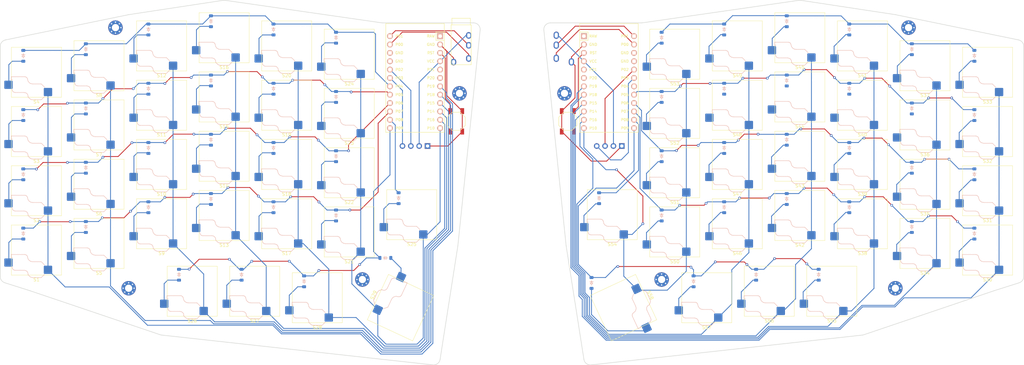
<source format=kicad_pcb>
(kicad_pcb (version 20240108) (generator "pcbnew") (generator_version "8.0")
  (title_block (title "MadoSplit") (rev "v1.0.0") (company "Unknown"))
  (layers (0 "F.Cu" signal) (31 "B.Cu" signal) (34 "B.Paste" user) (35 "F.Paste" user) (36 "B.SilkS" user "B.Silkscreen") (37 "F.SilkS" user "F.Silkscreen") (38 "B.Mask" user) (39 "F.Mask" user) (44 "Edge.Cuts" user))
  (net 0 "")
  (net 1 "P19")
  (net 2 "mod_bot")
  (net 3 "mod_mid")
  (net 4 "mod_top")
  (net 5 "mod_num")
  (net 6 "P18")
  (net 7 "pinky_bot")
  (net 8 "pinky_mid")
  (net 9 "pinky_top")
  (net 10 "pinky_num")
  (net 11 "P15")
  (net 12 "ring_bot")
  (net 13 "ring_mid")
  (net 14 "ring_top")
  (net 15 "ring_num")
  (net 16 "P14")
  (net 17 "middle_bot")
  (net 18 "middle_mid")
  (net 19 "middle_top")
  (net 20 "middle_num")
  (net 21 "P16")
  (net 22 "index_bot")
  (net 23 "index_mid")
  (net 24 "index_top")
  (net 25 "index_num")
  (net 26 "P10")
  (net 27 "inner_bot")
  (net 28 "inner_mid")
  (net 29 "inner_top")
  (net 30 "inner_num")
  (net 31 "reach_reach")
  (net 32 "tucky1_stretch")
  (net 33 "tucky2_stretch")
  (net 34 "tucky3_stretch")
  (net 35 "reachy_stretch")
  (net 36 "mirror_mod_bot")
  (net 37 "mirror_mod_mid")
  (net 38 "mirror_mod_top")
  (net 39 "mirror_mod_num")
  (net 40 "mirror_pinky_bot")
  (net 41 "mirror_pinky_mid")
  (net 42 "mirror_pinky_top")
  (net 43 "mirror_pinky_num")
  (net 44 "mirror_ring_bot")
  (net 45 "mirror_ring_mid")
  (net 46 "mirror_ring_top")
  (net 47 "mirror_ring_num")
  (net 48 "mirror_middle_bot")
  (net 49 "mirror_middle_mid")
  (net 50 "mirror_middle_top")
  (net 51 "mirror_middle_num")
  (net 52 "mirror_index_bot")
  (net 53 "mirror_index_mid")
  (net 54 "mirror_index_top")
  (net 55 "mirror_index_num")
  (net 56 "mirror_inner_bot")
  (net 57 "mirror_inner_mid")
  (net 58 "mirror_inner_top")
  (net 59 "mirror_inner_num")
  (net 60 "mirror_reach_reach")
  (net 61 "mirror_tucky1_stretch")
  (net 62 "mirror_tucky2_stretch")
  (net 63 "mirror_tucky3_stretch")
  (net 64 "mirror_reachy_stretch")
  (net 65 "P7")
  (net 66 "P6")
  (net 67 "P5")
  (net 68 "P4")
  (net 69 "P8")
  (net 70 "P9")
  (net 71 "RAW")
  (net 72 "GND")
  (net 73 "RST")
  (net 74 "VCC")
  (net 75 "P21")
  (net 76 "P20")
  (net 77 "P1")
  (net 78 "P0")
  (net 79 "P2")
  (net 80 "P3")
  (footprint "E73:SW_TACT_ALPS_SKQGABE010" (layer "F.Cu") (at 227.5 60.9 90)
    (property "Reference" "B1" (hide yes))
    (property "Value" "" (hide yes))
  )
  (footprint "ProMicro" (layer "F.Cu") (at 215 49 -90)
    (property "Reference" "MCU1" (hide yes))
    (property "Value" "" (hide yes))
  )
  (footprint "ScottoKeebs_Hotswap:Hotswap_Choc_V1V2_1.00u" (layer "F.Cu") (at 157 53.5 180)
    (property "Reference" "S15")
    (property "Value" "")
  )
  (footprint "ScottoKeebs_Hotswap:Hotswap_Choc_V1V2_1.00u" (layer "F.Cu") (at 100 82 180)
    (property "Reference" "S2")
    (property "Value" "")
  )
  (footprint "ScottoKeebs_Hotswap:Hotswap_Choc_V1V2_1.00u" (layer "F.Cu") (at 157 35.5 180)
    (property "Reference" "S16")
    (property "Value" "")
  )
  (footprint "ScottoKeebs_Hotswap:Hotswap_Choc_V1V2_1.00u" (layer "F.Cu") (at 138 38 180)
    (property "Reference" "S12")
    (property "Value" "")
  )
  (footprint "ScottoKeebs_Hotswap:Hotswap_Choc_V1V2_1.00u" (layer "F.Cu") (at 100 46 180)
    (property "Reference" "S4")
    (property "Value" "")
  )
  (footprint "ScottoKeebs_Hotswap:Hotswap_Choc_V1V2_1.00u" (layer "F.Cu") (at 119 44 180)
    (property "Reference" "S8")
    (property "Value" "")
  )
  (footprint "ScottoKeebs_Hotswap:Hotswap_Choc_V1V2_1.00u" (layer "F.Cu") (at 176 38 180)
    (property "Reference" "S20")
    (property "Value" "")
  )
  (footprint "ScottoKeebs_Hotswap:Hotswap_Choc_V1V2_1.00u" (layer "F.Cu") (at 166.3 112.5 180)
    (property "Reference" "S27")
    (property "Value" "")
  )
  (footprint "ScottoKeebs_Hotswap:Hotswap_Choc_V1V2_1.00u" (layer "F.Cu") (at 176 74 180)
    (property "Reference" "S18")
    (property "Value" "")
  )
  (footprint "ScottoKeebs_Hotswap:Hotswap_Choc_V1V2_1.00u" (layer "F.Cu") (at 195 94.5 180)
    (property "Reference" "S21")
    (property "Value" "")
  )
  (footprint "ScottoKeebs_Hotswap:Hotswap_Choc_V1V2_1.00u" (layer "F.Cu") (at 341.6 112.5 180)
    (property "Reference" "S55")
    (property "Value" "")
  )
  (footprint "ScottoKeebs_Hotswap:Hotswap_Choc_V1V2_1.00u" (layer "F.Cu") (at 350.9 56 180)
    (property "Reference" "S40")
    (property "Value" "")
  )
  (footprint "ProMicro" (layer "F.Cu") (at 273.9 49 -90)
    (property "Reference" "MCU1" (hide yes))
    (property "Value" "" (hide yes))
  )
  (footprint "ScottoKeebs_Hotswap:Hotswap_Choc_V1V2_1.00u" (layer "F.Cu") (at 274.9 89.25 180)
    (property "Reference" "S54")
    (property "Value" "")
  )
  (footprint "ScottoKeebs_Hotswap:Hotswap_Choc_V1V2_1.00u" (layer "F.Cu") (at 195 40.5 180)
    (property "Reference" "S24")
    (property "Value" "")
  )
  (footprint "ScottoKeebs_Hotswap:Hotswap_Choc_V1V2_1.00u" (layer "F.Cu") (at 312.9 56 180)
    (property "Reference" "S48")
    (property "Value" "")
  )
  (footprint "E73:SW_TACT_ALPS_SKQGABE010" (layer "F.Cu") (at 261.4 60.9 -90)
    (property "Reference" "B1" (hide yes))
    (property "Value" "" (hide yes))
  )
  (footprint "ScottoKeebs_Hotswap:Hotswap_Choc_V1V2_1.00u" (layer "F.Cu") (at 331.9 71.5 180)
    (property "Reference" "S43")
    (property "Value" "")
  )
  (footprint "MountingHole_2.2mm_M2_Pad_Via" (layer "F.Cu") (at 260.4 52.4)
    (property "Reference" "_4" (hide yes))
    (property "Value" "")
  )
  (footprint "MountingHole_2.2mm_M2_Pad_Via" (layer "F.Cu") (at 360.9 111.6)
    (property "Reference" "_2" (hide yes))
    (property "Value" "")
  )
  (footprint "ScottoKeebs_Hotswap:Hotswap_Choc_V1V2_1.00u" (layer "F.Cu") (at 350.9 92 180)
    (property "Reference" "S38")
    (property "Value" "")
  )
  (footprint "ScottoKeebs_Hotswap:Hotswap_Choc_V1V2_1.00u" (layer "F.Cu") (at 138 74 180)
    (property "Reference" "S10")
    (property "Value" "")
  )
  (footprint "ScottoKeebs_Hotswap:Hotswap_Choc_V1V2_1.00u" (layer "F.Cu") (at 388.9 82 180)
    (property "Reference" "S31")
    (property "Value" "")
  )
  (footprint "ScottoKeebs_Hotswap:Hotswap_Choc_V1V2_1.00u" (layer "F.Cu") (at 369.9 98 180)
    (property "Reference" "S34")
    (property "Value" "")
  )
  (footprint "ScottoKeebs_Hotswap:Hotswap_Choc_V1V2_1.00u" (layer "F.Cu") (at 195 58.5 180)
    (property "Reference" "S23")
    (property "Value" "")
  )
  (footprint "ScottoKeebs_Hotswap:Hotswap_Choc_V1V2_1.00u" (layer "F.Cu") (at 214 89.25 180)
    (property "Reference" "S25")
    (property "Value" "")
  )
  (footprint "ScottoKeebs_Hotswap:Hotswap_Choc_V1V2_1.00u" (layer "F.Cu") (at 157 71.5 180)
    (property "Reference" "S14")
    (property "Value" "")
  )
  (footprint "MountingHole_2.2mm_M2_Pad_Via" (layer "F.Cu") (at 124 32.44)
    (property "Reference" "_1" (hide yes))
    (property "Value" "")
  )
  (footprint "ScottoKeebs_Hotswap:Hotswap_Choc_V1V2_1.00u" (layer "F.Cu") (at 100 64 180)
    (property "Reference" "S3")
    (property "Value" "")
  )
  (footprint "ScottoKeebs_Components:OLED_128x32" (layer "F.Cu") (at 267.999995 70 90)
    (property "Reference" "OLED1" (hide yes))
    (property "Value" "OLED")
  )
  (footprint "ScottoKeebs_Hotswap:Hotswap_Choc_V1V2_1.00u" (layer "F.Cu") (at 312.9 92 180)
    (property "Reference" "S46")
    (property "Value" "")
  )
  (footprint "ScottoKeebs_Hotswap:Hotswap_Choc_V1V2_1.00u" (layer "F.Cu") (at 293.9 76.5 180)
    (property "Reference" "S51")
    (property "Value" "")
  )
  (footprint "ScottoKeebs_Hotswap:Hotswap_Choc_V1V2_1.00u" (layer "F.Cu") (at 303.6 114.5 180)
    (property "Reference" "S57")
    (property "Value" "")
  )
  (footprint "ScottoKeebs_Hotswap:Hotswap_Choc_V1V2_1.00u" (layer "F.Cu") (at 312.9 38 180)
    (property "Reference" "S49")
    (property "Value" "")
  )
  (footprint "ScottoKeebs_Hotswap:Hotswap_Choc_V1V2_1.00u" (layer "F.Cu") (at 195 76.5 180)
    (property "Reference" "S22")
    (property "Value" "")
  )
  (footprint "MountingHole_2.2mm_M2_Pad_Via" (layer "F.Cu") (at 289.9 108.95)
    (property "Reference" "_3" (hide yes))
    (property "Value" "")
  )
  (footprint "ScottoKeebs_Hotswap:Hotswap_Choc_V1V2_1.00u" (layer "F.Cu") (at 293.9 40.5 180)
    (property "Reference" "S53")
    (property "Value" "")
  )
  (footprint "ScottoKeebs_Hotswap:Hotswap_Choc_V1V2_1.00u" (layer "F.Cu") (at 331.9 35.5 180)
    (property "Reference" "S45")
    (property "Value" "")
  )
  (footprint "ScottoKeebs_Hotswap:Hotswap_Choc_V1V2_1.00u" (layer "F.Cu") (at 119 80 180)
    (property "Reference" "S6")
    (property "Value" "")
  )
  (footprint "ScottoKeebs_Hotswap:Hotswap_Choc_V1V2_1.00u" (layer "F.Cu") (at 185.3 114.5 180)
    (property "Reference" "S28")
    (property "Value" "")
  )
  (footprint "ScottoKeebs_Hotswap:Hotswap_Choc_V1V2_1.00u" (layer "F.Cu") (at 138 92 180)
    (property "Reference" "S9")
    (property "Value" "")
  )
  (footprint "ScottoKeebs_Hotswap:Hotswap_Choc_V1V2_1.50u" (layer "F.Cu") (at 278.3 117.5 -65)
    (property "Reference" "S58")
    (property "Value" "")
  )
  (footprint "ScottoKeebs_Hotswap:Hotswap_Choc_V1V2_1.00u" (layer "F.Cu") (at 176 92 180)
    (property "Reference" "S17")
    (property "Value" "")
  )
  (footprint "ScottoKeebs_Hotswap:Hotswap_Choc_V1V2_1.00u" (layer "F.Cu") (at 369.9 80 180)
    (property "Reference" "S35")
    (property "Value" "")
  )
  (footprint "ScottoKeebs_Hotswap:Hotswap_Choc_V1V2_1.00u" (layer "F.Cu") (at 369.9 44 180)
    (property "Reference" "S37")
    (property "Value" "")
  )
  (footprint "ScottoKeebs_Hotswap:Hotswap_Choc_V1V2_1.00u" (layer "F.Cu") (at 322.6 112.5 180)
    (property "Reference" "S56")
    (property "Value" "")
  )
  (footprint "ScottoKeebs_Hotswap:Hotswap_Choc_V1V2_1.00u" (layer "F.Cu") (at 176 56 180)
    (property "Reference" "S19")
    (property "Value" "")
  )
  (footprint "ScottoKeebs_Hotswap:Hotswap_Choc_V1V2_1.00u" (layer "F.Cu") (at 293.9 58.5 180)
    (property "Reference" "S52")
    (property "Value" "")
  )
  (footprint "ScottoKeebs_Hotswap:Hotswap_Choc_V1V2_1.00u" (layer "F.Cu") (at 119 62 180)
    (property "Reference" "S7")
    (property "Value" "")
  )
  (footprint "ScottoKeebs_Hotswap:Hotswap_Choc_V1V2_1.00u" (layer "F.Cu") (at 119 98 180)
    (property "Reference" "S5")
    (property "Value" "")
  )
  (footprint "ScottoKeebs_Hotswap:Hotswap_Choc_V1V2_1.50u" (layer "F.Cu") (at 210.6 117.5 65)
    (property "Reference" "S29")
    (property "Value" "")
  )
  (footprint "MountingHole_2.2mm_M2_Pad_Via" (layer "F.Cu") (at 228.5 52.4)
    (property "Reference" "_4" (hide yes))
    (property "Value" "")
  )
  (footprint "ScottoKeebs_Hotswap:Hotswap_Choc_V1V2_1.00u" (layer "F.Cu") (at 388.9 100 180)
    (property "Reference" "S30")
    (property "Value" "")
  )
  (footprint "MountingHole_2.2mm_M2_Pad_Via" (layer "F.Cu") (at 364.9 32.44)
    (property "Reference" "_1" (hide yes))
    (property "Value" "")
  )
  (footprint "ScottoKeebs_Hotswap:Hotswap_Choc_V1V2_1.00u" (layer "F.Cu") (at 157 89.5 180)
    (property "Reference" "S13")
    (property "Value" "")
  )
  (footprint "ScottoKeebs_Hotswap:Hotswap_Choc_V1V2_1.00u" (layer "F.Cu") (at 388.9 46 180)
    (property "Reference" "S33")
    (property "Value" "")
  )
  (footprint "ScottoKeebs_Hotswap:Hotswap_Choc_V1V2_1.00u" (layer "F.Cu") (at 331.9 89.5 180)
    (property "Reference" "S42")
    (property "Value" "")
  )
  (footprint "ScottoKeebs_Hotswap:Hotswap_Choc_V1V2_1.00u" (layer "F.Cu") (at 138 56 180)
    (property "Reference" "S11")
    (property "Value" "")
  )
  (footprint "ScottoKeebs_Components:TRRS_PJ-320A" (layer "F.Cu") (at 229 31.6)
    (property "Reference" "REF**")
    (property "Value" "TRRS_PJ-320A")
  )
  (footprint "ScottoKeebs_Hotswap:Hotswap_Choc_V1V2_1.00u" (layer "F.Cu") (at 369.9 62 180)
    (property "Reference" "S36")
    (property "Value" "")
  )
  (footprint "ScottoKeebs_Components:OLED_128x32" (layer "F.Cu") (at 209 70 90)
    (property "Reference" "OLED1" (hide yes))
    (property "Value" "OLED")
  )
  (footprint "ScottoKeebs_Hotswap:Hotswap_Choc_V1V2_1.00u" (layer "F.Cu") (at 147.3 112.5 180)
    (property "Reference" "S26")
    (property "Value" "")
  )
  (footprint "MountingHole_2.2mm_M2_Pad_Via" (layer "F.Cu") (at 128 111.6)
    (property "Reference" "_2" (hide yes))
    (property "Value" "")
  )
  (footprint "ScottoKeebs_Hotswap:Hotswap_Choc_V1V2_1.00u" (layer "F.Cu") (at 350.9 38 180)
    (property "Reference" "S41")
    (property "Value" "")
  )
  (footprint "ScottoKeebs_Hotswap:Hotswap_Choc_V1V2_1.00u" (layer "F.Cu") (at 350.9 74 180)
    (property "Reference" "S39")
    (property "Value" "")
  )
  (footprint "ScottoKeebs_Hotswap:Hotswap_Choc_V1V2_1.00u" (layer "F.Cu") (at 331.9 53.5 180)
    (property "Reference" "S44")
    (property "Value" "")
  )
  (footprint "ScottoKeebs_Hotswap:Hotswap_Choc_V1V2_1.00u" (layer "F.Cu") (at 312.9 74 180)
    (property "Reference" "S47")
    (property "Value" "")
  )
  (footprint "ScottoKeebs_Hotswap:Hotswap_Choc_V1V2_1.00u" (layer "F.Cu") (at 293.9 94.5 180)
    (property "Reference" "S50")
    (property "Value" "")
  )
  (footprint "ScottoKeebs_Hotswap:Hotswap_Choc_V1V2_1.00u" (layer "F.Cu") (at 388.9 64 180)
    (property "Reference" "S32")
    (property "Value" "")
  )
  (footprint "ScottoKeebs_Hotswap:Hotswap_Choc_V1V2_1.00u" (layer "F.Cu") (at 100 100 180)
    (property "Reference" "S1")
    (property "Value" "")
  )
  (footprint "MountingHole_2.2mm_M2_Pad_Via" (layer "F.Cu") (at 199 108.95)
    (property "Reference" "_3" (hide yes))
    (property "Value" "")
  )
  (footprint "ScottoKeebs_Components:Diode_SOD-123" (layer "B.Cu") (at 153 84.5 -90)
    (property "Reference" "D13" (hide yes))
    (property "Value" "")
  )
  (footprint "ScottoKeebs_Components:Diode_SOD-123" (layer "B.Cu") (at 172 33 -90)
    (property "Reference" "D20" (hide yes))
    (property "Value" "")
  )
  (footprint "ScottoKeebs_Components:Diode_SOD-123" (layer "B.Cu") (at 346.9 69 -90)
    (property "Reference" "D39" (hide yes))
    (property "Value" "")
  )
  (footprint "ScottoKeebs_Components:Diode_SOD-123" (layer "B.Cu") (at 384.9 77 -90)
    (property "Reference" "D31" (hide yes))
    (property "Value" "")
  )
  (footprint "ScottoKeebs_Components:Diode_SOD-123" (layer "B.Cu") (at 153 48.5 -90)
    (property "Reference" "D15" (hide yes))
    (property "Value" "")
  )
  (footprint "ScottoKeebs_Components:Diode_SOD-123" (layer "B.Cu") (at 289.9 53.5 -90)
    (property "Reference" "D52" (hide yes))
    (property "Value" "")
  )
  (footprint "ScottoKeebs_Components:Diode_SOD-123" (layer "B.Cu") (at 308.9 69 -90)
    (property "Reference" "D47" (hide yes))
    (property "Value" "")
  )
  (footprint "ScottoKeebs_Components:Diode_SOD-123" (layer "B.Cu") (at 172 87 -90)
    (property "Reference" "D17" (hide yes))
    (property "Value" "")
  )
  (footprint "ScottoKeebs_Components:Diode_SOD-123" (layer "B.Cu") (at 289.9 71.5 -90)
    (property "Reference" "D51" (hide yes))
    (property "Value" "")
  )
  (footprint "ScottoKeebs_Components:Diode_SOD-123" (layer "B.Cu") (at 96 95 -90)
    (property "Reference" "D1" (hide yes))
    (property "Value" "")
  )
  (footprint "ScottoKeebs_Components:Diode_SOD-123" (layer "B.Cu") (at 134 87 -90)
    (property "Reference" "D9" (hide yes))
    (property "Value" "")
  )
  (footprint "ScottoKeebs_Components:Diode_SOD-123" (layer "B.Cu") (at 384.9 59 -90)
    (property "Reference" "D32" (hide yes))
    (property "Value" "")
  )
  (footprint "ScottoKeebs_Components:Diode_SOD-123" (layer "B.Cu") (at 115 75 -90)
    (property "Reference" "D6" (hide yes))
    (property "Value" "")
  )
  (footprint "ScottoKeebs_Components:Diode_SOD-123" (layer "B.Cu") (at 96 41 -90)
    (property "Reference" "D4" (hide yes))
    (property "Value" "")
  )
  (footprint "TRRS-PJ-320A-dual" (layer "B.Cu") (at 257.9 31.55 180)
    (property "Reference" "TRRS1")
    (property "Value" "TRRS-PJ-320A-dual")
  )
  (footprint "ScottoKeebs_Components:Diode_SOD-123" (layer "B.Cu") (at 191 35.5 -90)
    (property "Reference" "D24" (hide yes))
    (property "Value" "")
  )
  (footprint "ScottoKeebs_Components:Diode_SOD-123" (layer "B.Cu") (at 327.9 48.5 -90)
    (property "Reference" "D44" (hide yes))
    (property "Value" "")
  )
  (footprint "ScottoKeebs_Components:Diode_SOD-123" (layer "B.Cu") (at 318.6 107.5 -90)
    (property "Reference" "D56" (hide yes))
    (property "Value" "")
  )
  (footprint "ScottoKeebs_Components:Diode_SOD-123" (layer "B.Cu") (at 327.9 30.5 -90)
    (property "Reference" "D45" (hide yes))
    (property "Value" "")
  )
  (footprint "ScottoKeebs_Components:Diode_SOD-123" (layer "B.Cu") (at 134 51 -90)
    (property "Reference" "D11" (hide yes))
    (property "Value" "")
  )
  (footprint "ScottoKeebs_Components:Diode_SOD-123" (layer "B.Cu") (at 365.9 93 -90)
    (property "Reference" "D34" (hide yes))
    (property "Value" "")
  )
  (footprint "ScottoKeebs_Components:Diode_SOD-123" (layer "B.Cu") (at 96 77 -90)
    (property "Reference" "D2" (hide yes))
    (property "Value" "")
  )
  (footprint "ScottoKeebs_Components:Diode_SOD-123" (layer "B.Cu") (at 115 93 -90)
    (property "Reference" "D5" (hide yes))
    (property "Value" "")
  )
  (footprint "ScottoKeebs_Components:Diode_SOD-123" (layer "B.Cu") (at 365.9 57 -90)
    (property "Reference" "D36" (hide yes))
    (property "Value" "")
  )
  (footprint "ScottoKeebs_Components:Diode_SOD-123" (layer "B.Cu") (at 96 59 -90)
    (property "Reference" "D3" (hide yes))
    (property "Value" "")
  )
  (footprint "ScottoKeebs_Components:Diode_SOD-123" (layer "B.Cu") (at 134 69 -90)
    (property "Reference" "D10" (hide yes))
    (property "Value" "")
  )
  (footprint "ScottoKeebs_Components:Diode_SOD-123" (layer "B.Cu") (at 134 33 -90)
    (property "Reference" "D12" (hide yes))
    (property "Value" "")
  )
  (footprint "ScottoKeebs_Components:Diode_SOD-123" (layer "B.Cu") (at 191 53.5 -90)
    (property "Reference" "D23" (hide yes))
    (property "Value" "")
  )
  (footprint "ScottoKeebs_Components:Diode_SOD-123" (layer "B.Cu") (at 191 71.5 -90)
    (property "Reference" "D22" (hide yes))
    (property "Value" "")
  )
  (footprint "ScottoKeebs_Components:Diode_SOD-123" (layer "B.Cu") (at 210 84.25 -90)
    (property "Reference" "D25" (hide yes))
    (property "Value" "")
  )
  (footprint "ScottoKeebs_Components:Diode_SOD-123" (layer "B.Cu") (at 365.9 75 -90)
    (property "Reference" "D35" (hide yes))
    (property "Value" "")
  )
  (footprint "ScottoKeebs_Components:Diode_SOD-123" (layer "B.Cu") (at 384.9 95 -90)
    (property "Reference" "D30" (hide yes))
    (property "Value" "")
  )
  (footprint "ScottoKeebs_Components:Diode_SOD-123" (layer "B.Cu") (at 115 57 -90)
    (property "Reference" "D7" (hide yes))
    (property "Value" "")
  )
  (footprint "ScottoKeebs_Components:Diode_SOD-123" (layer "B.Cu") (at 289.9 35.5 -90)
    (property "Reference" "D53" (hide yes))
    (property "Value" "")
  )
  (footprint "ScottoKeebs_Components:Diode_SOD-123" (layer "B.Cu") (at 337.6 107.5 -90)
    (property "Reference" "D55" (hide yes))
    (property "Value" "")
  )
  (footprint "ScottoKeebs_Components:Diode_SOD-123" (layer "B.Cu") (at 153 66.5 -90)
    (property "Reference" "D14" (hide yes))
    (property "Value" "")
  )
  (footprint "ScottoKeebs_Components:Diode_SOD-123" (layer "B.Cu") (at 143.3 107.5 -90)
    (property "Reference" "D26" (hide yes))
    (property "Value" "")
  )
  (footprint "ScottoKeebs_Components:Diode_SOD-123" (layer "B.Cu") (at 327.9 84.5 -90)
    (property "Reference" "D42" (hide yes))
    (property "Value" "")
  )
  (footprint "ScottoKeebs_Components:Diode_SOD-123" (layer "B.Cu") (at 346.9 87 -90)
    (property "Reference" "D38" (hide yes))
    (property "Value" "")
  )
  (footprint "ScottoKeebs_Components:Diode_SOD-123" (layer "B.Cu") (at 308.9 51 -90)
    (property "Reference" "D48" (hide yes))
    (property "Value" "")
  )
  (footprint "ScottoKeebs_Components:Diode_SOD-123" (layer "B.Cu") (at 365.9 39 -90)
    (property "Reference" "D37" (hide yes))
    (property "Value" "")
  )
  (footprint "ScottoKeebs_Components:Diode_SOD-123" (layer "B.Cu") (at 162.3 107.5 -90)
    (property "Reference" "D27" (hide yes))
    (property "Value" "")
  )
  (footprint "ScottoKeebs_Components:Diode_SOD-123" (layer "B.Cu") (at 346.9 33 -90)
    (property "Reference" "D41" (hide yes))
    (property "Value" "")
  )
  (footprint "ScottoKeebs_Components:Diode_SOD-123" (layer "B.Cu") (at 172 69 -90)
    (property "Reference" "D18" (hide yes))
    (property "Value" "")
  )
  (footprint "ScottoKeebs_Components:Diode_SOD-123" (layer "B.Cu") (at 299.6 109.5 -90)
    (property "Reference" "D57" (hide yes))
    (property "Value" "")
  )
  (footprint "ScottoKeebs_Components:Diode_SOD-123" (layer "B.Cu") (at 205.98245 102.3959)
    (property "Reference" "D29" (hide yes))
    (property "Value" "")
  )
  (footprint "ScottoKeebs_Components:Diode_SOD-123" (layer "B.Cu") (at 153 30.5 -90)
    (property "Reference" "D16" (hide yes))
    (property "Value" "")
  )
  (footprint "ScottoKeebs_Components:Diode_SOD-123" (layer "B.Cu") (at 308.9 33 -90)
    (property "Reference" "D49" (hide yes))
    (property "Value" "")
  )
  (footprint "ScottoKeebs_Components:Diode_SOD-123" (layer "B.Cu") (at 172 51 -90)
    (property "Reference" "D19" (hide yes))
    (property "Value" "")
  )
  (footprint "ScottoKeebs_Components:Diode_SOD-123" (layer "B.Cu") (at 268.6 110 -90)
    (property "Reference" "D58" (hide yes))
    (property "Value" "")
  )
  (footprint "ScottoKeebs_Components:Diode_SOD-123" (layer "B.Cu") (at 346.9 51 -90)
    (property "Reference" "D40" (hide yes))
    (property "Value" "")
  )
  (footprint "ScottoKeebs_Components:Diode_SOD-123" (layer "B.Cu") (at 115 39 -90)
    (property "Reference" "D8" (hide yes))
    (property "Value" "")
  )
  (footprint "ScottoKeebs_Components:Diode_SOD-123" (layer "B.Cu") (at 270.9 84.25 -90)
    (property "Reference" "D54" (hide yes))
    (property "Value" "")
  )
  (footprint "ScottoKeebs_Components:Diode_SOD-123" (layer "B.Cu") (at 384.9 41 -90)
    (property "Reference" "D33" (hide yes))
    (property "Value" "")
  )
  (footprint "ScottoKeebs_Components:Diode_SOD-123" (layer "B.Cu") (at 308.9 87 -90)
    (property "Reference" "D46" (hide yes))
    (property "Value" "")
  )
  (footprint "ScottoKeebs_Components:Diode_SOD-123" (layer "B.Cu") (at 289.9 89.5 -90)
    (property "Reference" "D50" (hide yes))
    (property "Value" "")
  )
  (footprint "ScottoKeebs_Components:Diode_SOD-123" (layer "B.Cu") (at 181.3 109.5 -90)
    (property "Reference" "D28" (hide yes))
    (property "Value" "")
  )
  (footprint "ScottoKeebs_Components:Diode_SOD-123" (layer "B.Cu") (at 191 89.5 -90)
    (property "Reference" "D21" (hide yes))
    (property "Value" "")
  )
  (footprint "ScottoKeebs_Components:Diode_SOD-123" (layer "B.Cu") (at 327.9 66.5 -90)
    (property "Reference" "D43" (hide yes))
    (property "Value" "")
  )
  (gr_arc (start 205.143015 31) (mid 205.000364 30.994906) (end 204.85844 30.979651) (stroke (width 0.15)) (layer "Edge.Cuts"))
  (gr_arc (start 88.999999 38.131388) (mid 89.450197 36.867223) (end 90.598112 36.172182) (stroke (width 0.15)) (layer "Edge.Cuts"))
  (gr_line (start 98.018204 112.356152) (end 137.59427 125.730476) (stroke (width 0.15)) (layer "Edge.Cuts"))
  (gr_line (start 138.015858 125.823748) (end 220.410896 134.888703) (stroke (width 0.15)) (layer "Edge.Cuts"))
  (gr_line (start 127.949298 28.5104) (end 90.598112 36.172182) (stroke (width 0.15)) (layer "Edge.Cuts"))
  (gr_arc (start 398.301888 36.172183) (mid 399.449802 36.867224) (end 399.9 38.131388) (stroke (width 0.15)) (layer "Edge.Cuts"))
  (gr_arc (start 254.12788 33.205548) (mid 254.632181 31.660429) (end 256.117289 31) (stroke (width 0.15)) (layer "Edge.Cuts"))
  (gr_line (start 284.04156 30.979651) (end 331.607537 24.142042) (stroke (width 0.15)) (layer "Edge.Cuts"))
  (gr_arc (start 156.707874 24.144323) (mid 157.000085 24.121708) (end 157.292463 24.142042) (stroke (width 0.15)) (layer "Edge.Cuts"))
  (gr_line (start 350.884142 125.823748) (end 268.489104 134.888703) (stroke (width 0.15)) (layer "Edge.Cuts"))
  (gr_line (start 398.503783 109.942135) (end 390.918317 112.3442) (stroke (width 0.15)) (layer "Edge.Cuts"))
  (gr_arc (start 268.489104 134.888703) (mid 267.055293 134.489266) (end 266.294451 133.210016) (stroke (width 0.15)) (layer "Edge.Cuts"))
  (gr_arc (start 222.605549 133.210016) (mid 221.844706 134.489266) (end 220.410896 134.888703) (stroke (width 0.15)) (layer "Edge.Cuts"))
  (gr_arc (start 260.908095 98.801709) (mid 260.900679 98.749912) (end 260.894621 98.697939) (stroke (width 0.15)) (layer "Edge.Cuts"))
  (gr_line (start 360.950702 28.5104) (end 398.301888 36.172182) (stroke (width 0.15)) (layer "Edge.Cuts"))
  (gr_arc (start 97.981682 112.3442) (mid 97.999972 112.350089) (end 98.018204 112.356152) (stroke (width 0.15)) (layer "Edge.Cuts"))
  (gr_arc (start 127.949298 28.5104) (mid 128.000117 28.500659) (end 128.051171 28.492236) (stroke (width 0.15)) (layer "Edge.Cuts"))
  (gr_arc (start 90.396217 109.942135) (mid 89.386376 109.217067) (end 89 108.035451) (stroke (width 0.15)) (layer "Edge.Cuts"))
  (gr_line (start 256.117289 31) (end 283.756985 31) (stroke (width 0.15)) (layer "Edge.Cuts"))
  (gr_line (start 89 38.131388) (end 89 108.035451) (stroke (width 0.15)) (layer "Edge.Cuts"))
  (gr_arc (start 232.782711 30.999999) (mid 234.26782 31.660428) (end 234.772121 33.205548) (stroke (width 0.15)) (layer "Edge.Cuts"))
  (gr_arc (start 284.04156 30.979651) (mid 283.899636 30.994906) (end 283.756985 31) (stroke (width 0.15)) (layer "Edge.Cuts"))
  (gr_arc (start 390.881795 112.356152) (mid 390.900027 112.350088) (end 390.918317 112.3442) (stroke (width 0.15)) (layer "Edge.Cuts"))
  (gr_arc (start 228.005379 98.697939) (mid 227.999321 98.749912) (end 227.991905 98.801709) (stroke (width 0.15)) (layer "Edge.Cuts"))
  (gr_arc (start 351.30573 125.730475) (mid 351.09746 125.788522) (end 350.884142 125.823748) (stroke (width 0.15)) (layer "Edge.Cuts"))
  (gr_line (start 332.192126 24.144323) (end 360.848829 28.492236) (stroke (width 0.15)) (layer "Edge.Cuts"))
  (gr_line (start 228.005379 98.697939) (end 234.772121 33.205548) (stroke (width 0.15)) (layer "Edge.Cuts"))
  (gr_line (start 204.85844 30.979651) (end 157.292463 24.142042) (stroke (width 0.15)) (layer "Edge.Cuts"))
  (gr_line (start 260.894621 98.697939) (end 254.127879 33.205548) (stroke (width 0.15)) (layer "Edge.Cuts"))
  (gr_line (start 399.9 38.131388) (end 399.9 108.035451) (stroke (width 0.15)) (layer "Edge.Cuts"))
  (gr_line (start 266.294451 133.210016) (end 260.908095 98.801709) (stroke (width 0.15)) (layer "Edge.Cuts"))
  (gr_arc (start 138.015858 125.823749) (mid 137.802539 125.788523) (end 137.59427 125.730476) (stroke (width 0.15)) (layer "Edge.Cuts"))
  (gr_line (start 232.782711 31) (end 205.143015 31) (stroke (width 0.15)) (layer "Edge.Cuts"))
  (gr_arc (start 399.899999 108.035451) (mid 399.513623 109.217067) (end 398.503783 109.942135) (stroke (width 0.15)) (layer "Edge.Cuts"))
  (gr_line (start 90.396217 109.942135) (end 97.981683 112.3442) (stroke (width 0.15)) (layer "Edge.Cuts"))
  (gr_arc (start 331.607537 24.142042) (mid 331.899915 24.121708) (end 332.192126 24.144323) (stroke (width 0.15)) (layer "Edge.Cuts"))
  (gr_line (start 390.881796 112.356152) (end 351.30573 125.730476) (stroke (width 0.15)) (layer "Edge.Cuts"))
  (gr_arc (start 360.848829 28.492236) (mid 360.899883 28.500659) (end 360.950702 28.5104) (stroke (width 0.15)) (layer "Edge.Cuts"))
  (gr_line (start 156.707874 24.144323) (end 128.051171 28.492236) (stroke (width 0.15)) (layer "Edge.Cuts"))
  (gr_line (start 222.605549 133.210016) (end 227.991905 98.801709) (stroke (width 0.15)) (layer "Edge.Cuts"))
  (segment (start 383.893253 114.506747) (end 363.529649 114.506747) (width 0.25) (layer "B.Cu") (net 1))
  (segment (start 103.5 106) (end 103.5 88) (width 0.25) (layer "B.Cu") (net 1))
  (segment (start 103.5 88) (end 103.5 70) (width 0.25) (layer "B.Cu") (net 1))
  (segment (start 133.731802 122.85) (end 171.813604 122.85) (width 0.25) (layer "B.Cu") (net 1))
  (segment (start 262.35 56.103604) (end 264.2 54.253604) (width 0.25) (layer "B.Cu") (net 1))
  (segment (start 319.472792 127.4) (end 273.054416 127.4) (width 0.25) (layer "B.Cu") (net 1))
  (segment (start 220.4 128.318198) (end 220.4 100.218198) (width 0.25) (layer "B.Cu") (net 1))
  (segment (start 204.6 131.6) (end 217.118198 131.6) (width 0.25) (layer "B.Cu") (net 1))
  (segment (start 264.8 107.8) (end 262.35 105.35) (width 0.25) (layer "B.Cu") (net 1))
  (segment (start 265.8 115) (end 264.8 114) (width 0.25) (layer "B.Cu") (net 1))
  (segment (start 264.2 52.35) (end 266.28 50.27) (width 0.25) (layer "B.Cu") (net 1))
  (segment (start 264.2 54.253604) (end 264.2 52.35) (width 0.25) (layer "B.Cu") (net 1))
  (segment (start 392.4 106) (end 392.4 88) (width 0.25) (layer "B.Cu") (net 1))
  (segment (start 344.1 124.1) (end 322.772792 124.1) (width 0.25) (layer "B.Cu") (net 1))
  (segment (start 322.772792 124.1) (end 319.472792 127.4) (width 0.25) (layer "B.Cu") (net 1))
  (segment (start 220.4 100.218198) (end 226.4 94.218198) (width 0.25) (layer "B.Cu") (net 1))
  (segment (start 264.8 114) (end 264.8 107.8) (width 0.25) (layer "B.Cu") (net 1))
  (segment (start 226.4 55.6) (end 224.6 53.8) (width 0.25) (layer "B.Cu") (net 1))
  (segment (start 122.081802 111.2) (end 133.731802 122.85) (width 0.25) (layer "B.Cu") (net 1))
  (segment (start 108.7 111.2) (end 122.081802 111.2) (width 0.25) (layer "B.Cu") (net 1))
  (segment (start 103.5 106) (end 108.7 111.2) (width 0.25) (layer "B.Cu") (net 1))
  (segment (start 392.4 70) (end 392.4 52) (width 0.25) (layer "B.Cu") (net 1))
  (segment (start 224.6 53.8) (end 224.6 52.25) (width 0.25) (layer "B.Cu") (net 1))
  (segment (start 217.118198 131.6) (end 220.4 128.318198) (width 0.25) (layer "B.Cu") (net 1))
  (segment (start 262.35 105.35) (end 262.35 56.103604) (width 0.25) (layer "B.Cu") (net 1))
  (segment (start 226.4 94.218198) (end 226.4 55.6) (width 0.25) (layer "B.Cu") (net 1))
  (segment (start 360.786396 117.25) (end 350.95 117.25) (width 0.25) (layer "B.Cu") (net 1))
  (segment (start 265.8 120.145584) (end 265.8 115) (width 0.25) (layer "B.Cu") (net 1))
  (segment (start 392.4 106) (end 383.893253 114.506747) (width 0.25) (layer "B.Cu") (net 1))
  (segment (start 273.054416 127.4) (end 265.8 120.145584) (width 0.25) (layer "B.Cu") (net 1))
  (segment (start 103.5 70) (end 103.5 52) (width 0.25) (layer "B.Cu") (net 1))
  (segment (start 350.95 117.25) (end 344.1 124.1) (width 0.25) (layer "B.Cu") (net 1))
  (segment (start 171.813604 122.85) (end 174.413604 125.45) (width 0.25) (layer "B.Cu") (net 1))
  (segment (start 392.4 88) (end 392.4 70) (width 0.25) (layer "B.Cu") (net 1))
  (segment (start 174.413604 125.45) (end 198.45 125.45) (width 0.25) (layer "B.Cu") (net 1))
  (segment (start 224.6 52.25) (end 222.62 50.27) (width 0.25) (layer "B.Cu") (net 1))
  (segment (start 198.45 125.45) (end 204.6 131.6) (width 0.25) (layer "B.Cu") (net 1))
  (segment (start 363.529649 114.506747) (end 360.786396 117.25) (width 0.25) (layer "B.Cu") (net 1))
  (segment (start 91.6 103.8) (end 91.6 97.7) (width 0.25) (layer "B.Cu") (net 2))
  (segment (start 92.65 96.65) (end 96.1 96.65) (width 0.25) (layer "B.Cu") (net 2))
  (segment (start 91.6 97.7) (end 92.65 96.65) (width 0.25) (layer "B.Cu") (net 2))
  (segment (start 91.6 85.8) (end 91.6 79.7) (width 0.25) (layer "B.Cu") (net 3))
  (segment (start 91.6 79.7) (end 92.65 78.65) (width 0.25) (layer "B.Cu") (net 3))
  (segment (start 92.65 78.65) (end 96.1 78.65) (width 0.25) (layer "B.Cu") (net 3))
  (segment (start 91.6 61.7) (end 92.65 60.65) (width 0.25) (layer "B.Cu") (net 4))
  (segment (start 92.65 60.65) (end 96.1 60.65) (width 0.25) (layer "B.Cu") (net 4))
  (segment (start 91.6 67.8) (end 91.6 61.7) (width 0.25) (layer "B.Cu") (net 4))
  (segment (start 92.65 42.65) (end 96.1 42.65) (width 0.25) (layer "B.Cu") (net 5))
  (segment (start 91.6 43.7) (end 92.65 42.65) (width 0.25) (layer "B.Cu") (net 5))
  (segment (start 91.6 49.8) (end 91.6 43.7) (width 0.25) (layer "B.Cu") (net 5))
  (segment (start 122.5 50) (end 122.5 68) (width 0.25) (layer "B.Cu") (net 6))
  (segment (start 198.8 125) (end 204.8 131) (width 0.25) (layer "B.Cu") (net 6))
  (segment (start 343.913604 123.65) (end 322.586396 123.65) (width 0.25) (layer "B.Cu") (net 6))
  (segment (start 122.5 86) (end 122.5 104) (width 0.25) (layer "B.Cu") (net 6))
  (segment (start 322.586396 123.65) (end 319.286396 126.95) (width 0.25) (layer "B.Cu") (net 6))
  (segment (start 373.4 104) (end 360.6 116.8) (width 0.25) (layer "B.Cu") (net 6))
  (segment (start 225.8 94) (end 225.8 55.99) (width 0.25) (layer "B.Cu") (net 6))
  (segment (start 262.8 105.095583) (end 262.8 56.29) (width 0.25) (layer "B.Cu") (net 6))
  (segment (start 273.240812 126.95) (end 266.4 120.109188) (width 0.25) (layer "B.Cu") (net 6))
  (segment (start 219.8 100) (end 225.8 94) (width 0.25) (layer "B.Cu") (net 6))
  (segment (start 373.4 50) (end 373.4 68) (width 0.25) (layer "B.Cu") (net 6))
  (segment (start 262.8 56.29) (end 266.28 52.81) (width 0.25) (layer "B.Cu") (net 6))
  (segment (start 219.8 128) (end 219.8 100) (width 0.25) (layer "B.Cu") (net 6))
  (segment (start 172 122.4) (end 174.6 125) (width 0.25) (layer "B.Cu") (net 6))
  (segment (start 373.4 68) (end 373.4 86) (width 0.25) (layer "B.Cu") (net 6))
  (segment (start 360.6 116.8) (end 350.763604 116.8) (width 0.25) (layer "B.Cu") (net 6))
  (segment (start 265.25 107.545583) (end 262.8 105.095583) (width 0.25) (layer "B.Cu") (net 6))
  (segment (start 152.8 121.4) (end 153.8 122.4) (width 0.25) (layer "B.Cu") (net 6))
  (segment (start 122.5 110.9) (end 133 121.4) (width 0.25) (layer "B.Cu") (net 6))
  (segment (start 216.8 131) (end 219.8 128) (width 0.25) (layer "B.Cu") (net 6))
  (segment (start 153.8 122.4) (end 172 122.4) (width 0.25) (layer "B.Cu") (net 6))
  (segment (start 265.25 113.559188) (end 265.25 107.545583) (width 0.25) (layer "B.Cu") (net 6))
  (segment (start 122.5 68) (end 122.5 86) (width 0.25) (layer "B.Cu") (net 6))
  (segment (start 319.286396 126.95) (end 273.240812 126.95) (width 0.25) (layer "B.Cu") (net 6))
  (segment (start 350.763604 116.8) (end 343.913604 123.65) (width 0.25) (layer "B.Cu") (net 6))
  (segment (start 266.4 114.709188) (end 265.25 113.559188) (width 0.25) (layer "B.Cu") (net 6))
  (segment (start 373.4 86) (end 373.4 104) (width 0.25) (layer "B.Cu") (net 6))
  (segment (start 133 121.4) (end 152.8 121.4) (width 0.25) (layer "B.Cu") (net 6))
  (segment (start 266.4 120.109188) (end 266.4 114.709188) (width 0.25) (layer "B.Cu") (net 6))
  (segment (start 204.8 131) (end 216.8 131) (width 0.25) (layer "B.Cu") (net 6))
  (segment (start 174.6 125) (end 198.8 125) (width 0.25) (layer "B.Cu") (net 6))
  (segment (start 122.5 104) (end 122.5 110.9) (width 0.25) (layer "B.Cu") (net 6))
  (segment (start 225.8 55.99) (end 222.62 52.81) (width 0.25) (layer "B.Cu") (net 6))
  (segment (start 110.6 95.7) (end 111.65 94.65) (width 0.25) (layer "B.Cu") (net 7))
  (segment (start 111.65 94.65) (end 115.1 94.65) (width 0.25) (layer "B.Cu") (net 7))
  (segment (start 110.6 101.8) (end 110.6 95.7) (width 0.25) (layer "B.Cu") (net 7))
  (segment (start 110.6 83.8) (end 110.6 77.7) (width 0.25) (layer "B.Cu") (net 8))
  (segment (start 110.6 77.7) (end 111.65 76.65) (width 0.25) (layer "B.Cu") (net 8))
  (segment (start 111.65 76.65) (end 115.1 76.65) (width 0.25) (layer "B.Cu") (net 8))
  (segment (start 110.6 65.8) (end 110.6 59.7) (width 0.25) (layer "B.Cu") (net 9))
  (segment (start 111.65 58.65) (end 115.1 58.65) (width 0.25) (layer "B.Cu") (net 9))
  (segment (start 110.6 59.7) (end 111.65 58.65) (width 0.25) (layer "B.Cu") (net 9))
  (segment (start 110.6 47.8) (end 110.6 41.7) (width 0.25) (layer "B.Cu") (net 10))
  (segment (start 111.65 40.65) (end 115.1 40.65) (width 0.25) (layer "B.Cu") (net 10))
  (segment (start 110.6 41.7) (end 111.65 40.65) (width 0.25) (layer "B.Cu") (net 10))
  (segment (start 263.25 58.38) (end 266.28 55.35) (width 0.25) (layer "B.Cu") (net 11))
  (segment (start 322.4 123.2) (end 319.1 126.5) (width 0.25) (layer "B.Cu") (net 11))
  (segment (start 199 124.4) (end 174.8 124.4) (width 0.25) (layer "B.Cu") (net 11))
  (segment (start 141.5 80) (end 141.5 98) (width 0.25) (layer "B.Cu") (net 11))
  (segment (start 219.2 99.8) (end 219.2 127.8) (width 0.25) (layer "B.Cu") (net 11))
  (segment (start 319.1 126.5) (end 273.427208 126.5) (width 0.25) (layer "B.Cu") (net 11))
  (segment (start 354.4 62) (end 354.4 44) (width 0.25) (layer "B.Cu") (net 11))
  (segment (start 266.95 114.622792) (end 265.7 113.372792) (width 0.25) (layer "B.Cu") (net 11))
  (segment (start 266.95 120.022792) (end 266.95 114.622792) (width 0.25) (layer "B.Cu") (net 11))
  (segment (start 150.8 107.3) (end 141.5 98) (width 0.25) (layer "B.Cu") (net 11))
  (segment (start 354.4 111.6451) (end 354.4 98) (width 0.25) (layer "B.Cu") (net 11))
  (segment (start 205 130.4) (end 199 124.4) (width 0.25) (layer "B.Cu") (net 11))
  (segment (start 154.1 121.8) (end 150.8 118.5) (width 0.25) (layer "B.Cu") (net 11))
  (segment (start 141.5 44) (end 141.5 62) (width 0.25) (layer "B.Cu") (net 11))
  (segment (start 263.25 104.909187) (end 263.25 58.38) (width 0.25) (layer "B.Cu") (net 11))
  (segment (start 172.2 121.8) (end 154.1 121.8) (width 0.25) (layer "B.Cu") (net 11))
  (segment (start 174.8 124.4) (end 172.2 121.8) (width 0.25) (layer "B.Cu") (net 11))
  (segment (start 225.2 93.8) (end 219.2 99.8) (width 0.25) (layer "B.Cu") (net 11))
  (segment (start 345.1 118.5) (end 347.5451 118.5) (width 0.25) (layer "B.Cu") (net 11))
  (segment (start 141.5 62) (end 141.5 80) (width 0.25) (layer "B.Cu") (net 11))
  (segment (start 222.62 55.35) (end 225.2 57.93) (width 0.25) (layer "B.Cu") (net 11))
  (segment (start 216.6 130.4) (end 205 130.4) (width 0.25) (layer "B.Cu") (net 11))
  (segment (start 273.427208 126.5) (end 266.95 120.022792) (width 0.25) (layer "B.Cu") (net 11))
  (segment (start 225.2 57.93) (end 225.2 93.8) (width 0.25) (layer "B.Cu") (net 11))
  (segment (start 340.4 123.2) (end 322.4 123.2) (width 0.25) (layer "B.Cu") (net 11))
  (segment (start 354.4 98) (end 354.4 80) (width 0.25) (layer "B.Cu") (net 11))
  (segment (start 265.7 107.359187) (end 263.25 104.909187) (width 0.25) (layer "B.Cu") (net 11))
  (segment (start 354.4 80) (end 354.4 62) (width 0.25) (layer "B.Cu") (net 11))
  (segment (start 150.8 118.5) (end 150.8 107.3) (width 0.25) (layer "B.Cu") (net 11))
  (segment (start 345.1 118.5) (end 340.4 123.2) (width 0.25) (layer "B.Cu") (net 11))
  (segment (start 265.7 113.372792) (end 265.7 107.359187) (width 0.25) (layer "B.Cu") (net 11))
  (segment (start 354.4 98) (end 354.4 97.8) (width 0.25) (layer "B.Cu") (net 11))
  (segment (start 347.5451 118.5) (end 354.4 111.6451) (width 0.25) (layer "B.Cu") (net 11))
  (segment (start 354.4 97.8) (end 354.8 97.4) (width 0.25) (layer "B.Cu") (net 11))
  (segment (start 219.2 127.8) (end 216.6 130.4) (width 0.25) (layer "B.Cu") (net 11))
  (segment (start 130.65 88.65) (end 134.1 88.65) (width 0.25) (layer "B.Cu") (net 12))
  (segment (start 129.6 95.8) (end 129.6 89.7) (width 0.25) (layer "B.Cu") (net 12))
  (segment (start 129.6 89.7) (end 130.65 88.65) (width 0.25) (layer "B.Cu") (net 12))
  (segment (start 129.6 71.5) (end 130.65 70.45) (width 0.25) (layer "B.Cu") (net 13))
  (segment (start 129.6 77.6) (end 129.6 71.5) (width 0.25) (layer "B.Cu") (net 13))
  (segment (start 130.65 70.45) (end 134.1 70.45) (width 0.25) (layer "B.Cu") (net 13))
  (segment (start 129.6 53.7) (end 130.65 52.65) (width 0.25) (layer "B.Cu") (net 14))
  (segment (start 130.65 52.65) (end 134.1 52.65) (width 0.25) (layer "B.Cu") (net 14))
  (segment (start 129.6 59.8) (end 129.6 53.7) (width 0.25) (layer "B.Cu") (net 14))
  (segment (start 129.6 41.8) (end 129.6 35.7) (width 0.25) (layer "B.Cu") (net 15))
  (segment (start 130.65 34.65) (end 134.1 34.65) (width 0.25) (layer "B.Cu") (net 15))
  (segment (start 129.6 35.7) (end 130.65 34.65) (width 0.25) (layer "B.Cu") (net 15))
  (segment (start 224.6 93.518198) (end 224.6 59.87) (width 0.25) (layer "B.Cu") (net 16))
  (segment (start 318.55 126.05) (end 273.613604 126.05) (width 0.25) (layer "B.Cu") (net 16))
  (segment (start 330.6 114.8) (end 326.9 118.5) (width 0.25) (layer "B.Cu") (net 16))
  (segment (start 266.15 107.172791) (end 263.7 104.722791) (width 0.25) (layer "B.Cu") (net 16))
  (segment (start 335.4 99.6) (end 330.6 104.4) (width 0.25) (layer "B.Cu") (net 16))
  (segment (start 263.7 104.722791) (end 263.7 60.47) (width 0.25) (layer "B.Cu") (net 16))
  (segment (start 218.6 99.518198) (end 224.6 93.518198) (width 0.25) (layer "B.Cu") (net 16))
  (segment (start 273.613604 126.05) (end 267.4 119.836396) (width 0.25) (layer "B.Cu") (net 16))
  (segment (start 169.8 118.5) (end 175.1 123.8) (width 0.25) (layer "B.Cu") (net 16))
  (segment (start 330.6 104.4) (end 330.6 114.8) (width 0.25) (layer "B.Cu") (net 16))
  (segment (start 160.5 95.5) (end 160.5 77.5) (width 0.25) (layer "B.Cu") (net 16))
  (segment (start 335.4 95.5) (end 335.4 99.6) (width 0.25) (layer "B.Cu") (net 16))
  (segment (start 169.8 118.5) (end 169.8 104.8) (width 0.25) (layer "B.Cu") (net 16))
  (segment (start 326.9 118.5) (end 326.1 118.5) (width 0.25) (layer "B.Cu") (net 16))
  (segment (start 160.5 59.5) (end 160.5 41.5) (width 0.25) (layer "B.Cu") (net 16))
  (segment (start 267.4 114.436396) (end 266.15 113.186396) (width 0.25) (layer "B.Cu") (net 16))
  (segment (start 218.6 127.6) (end 218.6 99.518198) (width 0.25) (layer "B.Cu") (net 16))
  (segment (start 169.8 104.8) (end 160.5 95.5) (width 0.25) (layer "B.Cu") (net 16))
  (segment (start 263.7 60.47) (end 266.28 57.89) (width 0.25) (layer "B.Cu") (net 16))
  (segment (start 160.5 77.5) (end 160.5 59.5) (width 0.25) (layer "B.Cu") (net 16))
  (segment (start 326.1 118.5) (end 318.55 126.05) (width 0.25) (layer "B.Cu") (net 16))
  (segment (start 205.4 129.8) (end 216.4 129.8) (width 0.25) (layer "B.Cu") (net 16))
  (segment (start 335.4 59.5) (end 335.4 77.5) (width 0.25) (layer "B.Cu") (net 16))
  (segment (start 216.4 129.8) (end 218.6 127.6) (width 0.25) (layer "B.Cu") (net 16))
  (segment (start 224.6 59.87) (end 222.62 57.89) (width 0.25) (layer "B.Cu") (net 16))
  (segment (start 267.4 119.836396) (end 267.4 114.436396) (width 0.25) (layer "B.Cu") (net 16))
  (segment (start 335.4 41.5) (end 335.4 59.5) (width 0.25) (layer "B.Cu") (net 16))
  (segment (start 199.4 123.8) (end 205.4 129.8) (width 0.25) (layer "B.Cu") (net 16))
  (segment (start 266.15 113.186396) (end 266.15 107.172791) (width 0.25) (layer "B.Cu") (net 16))
  (segment (start 175.1 123.8) (end 199.4 123.8) (width 0.25) (layer "B.Cu") (net 16))
  (segment (start 335.4 77.5) (end 335.4 95.5) (width 0.25) (layer "B.Cu") (net 16))
  (segment (start 148.6 93.2) (end 148.6 87.1) (width 0.25) (layer "B.Cu") (net 17))
  (segment (start 149.65 86.05) (end 153.1 86.05) (width 0.25) (layer "B.Cu") (net 17))
  (segment (start 148.6 87.1) (end 149.65 86.05) (width 0.25) (layer "B.Cu") (net 17))
  (segment (start 148.6 69.1) (end 149.65 68.05) (width 0.25) (layer "B.Cu") (net 18))
  (segment (start 149.65 68.05) (end 153.1 68.05) (width 0.25) (layer "B.Cu") (net 18))
  (segment (start 148.6 75.2) (end 148.6 69.1) (width 0.25) (layer "B.Cu") (net 18))
  (segment (start 149.65 50.05) (end 153.1 50.05) (width 0.25) (layer "B.Cu") (net 19))
  (segment (start 148.6 57.2) (end 148.6 51.1) (width 0.25) (layer "B.Cu") (net 19))
  (segment (start 148.6 51.1) (end 149.65 50.05) (width 0.25) (layer "B.Cu") (net 19))
  (segment (start 148.6 33.1) (end 149.65 32.05) (width 0.25) (layer "B.Cu") (net 20))
  (segment (start 148.6 39.2) (end 148.6 33.1) (width 0.25) (layer "B.Cu") (net 20))
  (segment (start 149.65 32.05) (end 153.1 32.05) (width 0.25) (layer "B.Cu") (net 20))
  (segment (start 197.1 120.5) (end 205.8 129.2) (width 0.25) (layer "B.Cu") (net 21))
  (segment (start 316.4 80) (end 316.4 98) (width 0.25) (layer "B.Cu") (net 21))
  (segment (start 269 81.2) (end 269 72.4) (width 0.25) (layer "B.Cu") (net 21))
  (segment (start 224 93.4) (end 224 61.81) (width 0.25) (layer "B.Cu") (net 21))
  (segment (start 266.6 106.986395) (end 264.15 104.536395) (width 0.25) (layer "B.Cu") (net 21))
  (segment (start 205.8 129.2) (end 216 129.2) (width 0.25) (layer "B.Cu") (net 21))
  (segment (start 179.5 80) (end 179.5 98) (width 0.25) (layer "B.Cu") (net 21))
  (segment (start 307.1 120.5) (end 311.2 116.4) (width 0.25) (layer "B.Cu") (net 21))
  (segment (start 218 99.4) (end 224 93.4) (width 0.25) (layer "B.Cu") (net 21))
  (segment (start 188.8 105.8) (end 188.8 120.5) (width 0.25) (layer "B.Cu") (net 21))
  (segment (start 265.0787 61.6313) (end 266.28 60.43) (width 0.25) (layer "B.Cu") (net 21))
  (segment (start 273.8 125.6) (end 268 119.8) (width 0.25) (layer "B.Cu") (net 21))
  (segment (start 224 61.81) (end 222.62 60.43) (width 0.25) (layer "B.Cu") (net 21))
  (segment (start 264.15 86.05) (end 269 81.2) (width 0.25) (layer "B.Cu") (net 21))
  (segment (start 179.5 62) (end 179.5 80) (width 0.25) (layer "B.Cu") (net 21))
  (segment (start 307.1 120.5) (end 302 125.6) (width 0.25) (layer "B.Cu") (net 21))
  (segment (start 264.15 104.536395) (end 264.15 86.05) (width 0.25) (layer "B.Cu") (net 21))
  (segment (start 316.4 100.8) (end 316.4 98) (width 0.25) (layer "B.Cu") (net 21))
  (segment (start 302 125.6) (end 273.8 125.6) (width 0.25) (layer "B.Cu") (net 21))
  (segment (start 218 127.2) (end 218 99.4) (width 0.25) (layer "B.Cu") (net 21))
  (segment (start 311.2 106) (end 316.4 100.8) (width 0.25) (layer "B.Cu") (net 21))
  (segment (start 311.2 116.4) (end 311.2 106) (width 0.25) (layer "B.Cu") (net 21))
  (segment (start 179.5 44) (end 179.5 62) (width 0.25) (layer "B.Cu") (net 21))
  (segment (start 265.0787 68.4787) (end 265.0787 61.6313) (width 0.25) (layer "B.Cu") (net 21))
  (segment (start 268 114.4) (end 266.6 113) (width 0.25) (layer "B.Cu") (net 21))
  (segment (start 179.5 98) (end 181 98) (width 0.25) (layer "B.Cu") (net 21))
  (segment (start 188.8 120.5) (end 197.1 120.5) (width 0.25) (layer "B.Cu") (net 21))
  (segment (start 266.6 113) (end 266.6 106.986395) (width 0.25) (layer "B.Cu") (net 21))
  (segment (start 216 129.2) (end 218 127.2) (width 0.25) (layer "B.Cu") (net 21))
  (segment (start 181 98) (end 188.8 105.8) (width 0.25) (layer "B.Cu") (net 21))
  (segment (start 316.4 62) (end 316.4 80) (width 0.25) (layer "B.Cu") (net 21))
  (segment (start 268 119.8) (end 268 114.4) (width 0.25) (layer "B.Cu") (net 21))
  (segment (start 269 72.4) (end 265.0787 68.4787) (width 0.25) (layer "B.Cu") (net 21))
  (segment (start 316.4 44) (end 316.4 62) (width 0.25) (layer "B.Cu") (net 21))
  (segment (start 167.6 95.8) (end 167.6 89.7) (width 0.25) (layer "B.Cu") (net 22))
  (segment (start 168.65 88.65) (end 172.1 88.65) (width 0.25) (layer "B.Cu") (net 22))
  (segment (start 167.6 89.7) (end 168.65 88.65) (width 0.25) (layer "B.Cu") (net 22))
  (segment (start 168.65 70.45) (end 172.1 70.45) (width 0.25) (layer "B.Cu") (net 23))
  (segment (start 167.6 77.6) (end 167.6 71.5) (width 0.25) (layer "B.Cu") (net 23))
  (segment (start 167.6 71.5) (end 168.65 70.45) (width 0.25) (layer "B.Cu") (net 23))
  (segment (start 168.65 52.65) (end 172.1 52.65) (width 0.25) (layer "B.Cu") (net 24))
  (segment (start 167.6 53.7) (end 168.65 52.65) (width 0.25) (layer "B.Cu") (net 24))
  (segment (start 167.6 59.8) (end 167.6 53.7) (width 0.25) (layer "B.Cu") (net 24))
  (segment (start 168.65 34.65) (end 172.1 34.65) (width 0.25) (layer "B.Cu") (net 25))
  (segment (start 167.6 35.7) (end 168.65 34.65) (width 0.25) (layer "B.Cu") (net 25))
  (segment (start 167.6 41.8) (end 167.6 35.7) (width 0.25) (layer "B.Cu") (net 25))
  (segment (start 284.2 83.6) (end 276.2 75.6) (width 0.25) (layer "F.Cu") (net 26))
  (segment (start 284.2 92) (end 284.2 83.6) (width 0.25) (layer "F.Cu") (net 26))
  (via (at 284.2 92) (size 0.8) (drill 0.4) (layers "F.Cu" "B.Cu") (net 26))
  (via (at 276.2 75.6) (size 0.8) (drill 0.4) (layers "F.Cu" "B.Cu") (net 26))
  (segment (start 297.4 106.4) (end 291.6 112.2) (width 0.25) (layer "B.Cu") (net 26))
  (segment (start 198.5 82.5) (end 198.5 100.5) (width 0.25) (layer "B.Cu") (net 26))
  (segment (start 217.5 95.25) (end 218.775 95.25) (width 0.25) (layer "B.Cu") (net 26))
  (segment (start 297.4 100.5) (end 297.4 106.4) (width 0.25) (layer "B.Cu") (net 26))
  (segment (start 198.5 100.5) (end 195.8 103.2) (width 0.25) (layer "B.Cu") (net 26))
  (segment (start 198.5 46.5) (end 198.5 64.5) (width 0.25) (layer "B.Cu") (net 26))
  (segment (start 195.8 103.2) (end 195.8 110.253379) (width 0.25) (layer "B.Cu") (net 26))
  (segment (start 297.4 46.5) (end 297.4 64.5) (width 0.25) (layer "B.Cu") (net 26))
  (segment (start 297.4 64.5) (end 297.4 82.5) (width 0.25) (layer "B.Cu") (net 26))
  (segment (start 276.2 75.6) (end 273 75.6) (width 0.25) (layer "B.Cu") (net 26))
  (segment (start 217.5 126.7) (end 217.5 95.25) (width 0.25) (layer "B.Cu") (net 26))
  (segment (start 222.62 91.405) (end 222.62 62.97) (width 0.25) (layer "B.Cu") (net 26))
  (segment (start 280.95 95.25) (end 284.2 92) (width 0.25) (layer "B.Cu") (net 26))
  (segment (start 278.4 95.25) (end 280.95 95.25) (width 0.25) (layer "B.Cu") (net 26))
  (segment (start 297.4 82.5) (end 297.4 100.5) (width 0.25) (layer "B.Cu") (net 26))
  (segment (start 218.775 95.25) (end 222.62 91.405) (width 0.25) (layer "B.Cu") (net 26))
  (segment (start 198.5 64.5) (end 198.5 82.5) (width 0.25) (layer "B.Cu") (net 26))
  (segment (start 282.66647 112.2) (end 282.258683 111.792213) (width 0.25) (layer "B.Cu") (net 26))
  (segment (start 215.6 128.6) (end 217.5 126.7) (width 0.25) (layer "B.Cu") (net 26))
  (segment (start 266.28 68.88) (end 266.28 62.97) (width 0.25) (layer "B.Cu") (net 26))
  (segment (start 291.6 112.2) (end 282.66647 112.2) (width 0.25) (layer "B.Cu") (net 26))
  (segment (start 195.8 110.253379) (end 203.682989 118.136368) (width 0.25) (layer "B.Cu") (net 26))
  (segment (start 282.258683 111.792213) (end 278.4 107.93353) (width 0.25) (layer "B.Cu") (net 26))
  (segment (start 206.2 128.6) (end 215.6 128.6) (width 0.25) (layer "B.Cu") (net 26))
  (segment (start 203.682989 118.136368) (end 203.682989 126.082989) (width 0.25) (layer "B.Cu") (net 26))
  (segment (start 278.4 107.93353) (end 278.4 95.25) (width 0.25) (layer "B.Cu") (net 26))
  (segment (start 273 75.6) (end 266.28 68.88) (width 0.25) (layer "B.Cu") (net 26))
  (segment (start 203.682989 126.082989) (end 206.2 128.6) (width 0.25) (layer "B.Cu") (net 26))
  (segment (start 187.65 91.05) (end 191.1 91.05) (width 0.25) (layer "B.Cu") (net 27))
  (segment (start 186.6 92.1) (end 187.65 91.05) (width 0.25) (layer "B.Cu") (net 27))
  (segment (start 186.6 98.2) (end 186.6 92.1) (width 0.25) (layer "B.Cu") (net 27))
  (segment (start 186.6 74.1) (end 187.65 73.05) (width 0.25) (layer "B.Cu") (net 28))
  (segment (start 186.6 80.2) (end 186.6 74.1) (width 0.25) (layer "B.Cu") (net 28))
  (segment (start 187.65 73.05) (end 191.1 73.05) (width 0.25) (layer "B.Cu") (net 28))
  (segment (start 186.6 62.2) (end 186.6 56.1) (width 0.25) (layer "B.Cu") (net 29))
  (segment (start 187.65 55.05) (end 191.1 55.05) (width 0.25) (layer "B.Cu") (net 29))
  (segment (start 186.6 56.1) (end 187.65 55.05) (width 0.25) (layer "B.Cu") (net 29))
  (segment (start 186.6 44.2) (end 186.6 38.1) (width 0.25) (layer "B.Cu") (net 30))
  (segment (start 186.6 38.1) (end 187.65 37.05) (width 0.25) (layer "B.Cu") (net 30))
  (segment (start 187.65 37.05) (end 191.1 37.05) (width 0.25) (layer "B.Cu") (net 30))
  (segment (start 207.1 85.9) (end 210 85.9) (width 0.25) (layer "B.Cu") (net 31))
  (segment (start 205.5 87.5) (end 207.1 85.9) (width 0.25) (layer "B.Cu") (net 31))
  (segment (start 205.5 93.05) (end 205.5 87.5) (width 0.25) (layer "B.Cu") (net 31))
  (segment (start 138.8 110.2) (end 139.85 109.15) (width 0.25) (layer "B.Cu") (net 32))
  (segment (start 138.8 116.3) (end 138.8 110.2) (width 0.25) (layer "B.Cu") (net 32))
  (segment (start 139.85 109.15) (end 143.3 109.15) (width 0.25) (layer "B.Cu") (net 32))
  (segment (start 157.8 116.3) (end 157.8 110.7) (width 0.25) (layer "B.Cu") (net 33))
  (segment (start 157.8 110.7) (end 159.35 109.15) (width 0.25) (layer "B.Cu") (net 33))
  (segment (start 159.35 109.15) (end 162.3 109.15) (width 0.25) (layer "B.Cu") (net 33))
  (segment (start 176.8 113.7186) (end 179.3686 111.15) (width 0.25) (layer "B.Cu") (net 34))
  (segment (start 176.8 118.3) (end 176.8 113.7186) (width 0.25) (layer "B.Cu") (net 34))
  (segment (start 179.3686 111.15) (end 181.3 111.15) (width 0.25) (layer "B.Cu") (net 34))
  (segment (start 210.748286 108.190434) (end 210.748286 105.511737) (width 0.25) (layer "B.Cu") (net 35))
  (segment (start 210.748286 105.511737) (end 207.63245 102.395901) (width 0.25) (layer "B.Cu") (net 35))
  (segment (start 383.85 96.75) (end 384.8 96.75) (width 0.25) (layer "B.Cu") (net 36))
  (segment (start 380.3 103.9) (end 380.3 100.3) (width 0.25) (layer "B.Cu") (net 36))
  (segment (start 380.3 100.3) (end 383.85 96.75) (width 0.25) (layer "B.Cu") (net 36))
  (segment (start 383.85 78.75) (end 384.8 78.75) (width 0.25) (layer "B.Cu") (net 37))
  (segment (start 380.3 85.9) (end 380.3 82.3) (width 0.25) (layer "B.Cu") (net 37))
  (segment (start 380.3 82.3) (end 383.85 78.75) (width 0.25) (layer "B.Cu") (net 37))
  (segment (start 380.3 67.9) (end 380.3 64.3) (width 0.25) (layer "B.Cu") (net 38))
  (segment (start 383.85 60.75) (end 384.8 60.75) (width 0.25) (layer "B.Cu") (net 38))
  (segment (start 380.3 64.3) (end 383.85 60.75) (width 0.25) (layer "B.Cu") (net 38))
  (segment (start 380.3 49.7) (end 380.3 46.1) (width 0.25) (layer "B.Cu") (net 39))
  (segment (start 380.3 46.1) (end 383.85 42.55) (width 0.25) (layer "B.Cu") (net 39))
  (segment (start 383.85 42.55) (end 384.8 42.55) (width 0.25) (layer "B.Cu") (net 39))
  (segment (start 361.3 101.9) (end 361.3 98.3) (width 0.25) (layer "B.Cu") (net 40))
  (segment (start 361.3 98.3) (end 364.85 94.75) (width 0.25) (layer "B.Cu") (net 40))
  (segment (start 364.85 94.75) (end 365.8 94.75) (width 0.25) (layer "B.Cu") (net 40))
  (segment (start 361.3 83.7) (end 361.3 80.1) (width 0.25) (layer "B.Cu") (net 41))
  (segment (start 364.85 76.55) (end 365.8 76.55) (width 0.25) (layer "B.Cu") (net 41))
  (segment (start 361.3 80.1) (end 364.85 76.55) (width 0.25) (layer "B.Cu") (net 41))
  (segment (start 361.5 44.1) (end 365.05 40.55) (width 0.25) (layer "B.Cu") (net 43))
  (segment (start 365.05 40.55) (end 366 40.55) (width 0.25) (layer "B.Cu") (net 43))
  (segment (start 361.5 47.7) (end 361.5 44.1) (width 0.25) (layer "B.Cu") (net 43))
  (segment (start 345.85 88.55) (end 346.8 88.55) (width 0.25) (layer "B.Cu") (net 44))
  (segment (start 342.3 95.7) (end 342.3 92.1) (width 0.25) (layer "B.Cu") (net 44))
  (segment (start 342.3 92.1) (end 345.85 88.55) (width 0.25) (layer "B.Cu") (net 44))
  (segment (start 342.3 74.1) (end 345.85 70.55) (width 0.25) (layer "B.Cu") (net 45))
  (segment (start 345.85 70.55) (end 346.8 70.55) (width 0.25) (layer "B.Cu") (net 45))
  (segment (start 342.3 77.7) (end 342.3 74.1) (width 0.25) (layer "B.Cu") (net 45))
  (segment (start 342.3 38.1) (end 345.85 34.55) (width 0.25) (layer "B.Cu") (net 47))
  (segment (start 345.85 34.55) (end 346.8 34.55) (width 0.25) (layer "B.Cu") (net 47))
  (segment (start 342.3 41.7) (end 342.3 38.1) (width 0.25) (layer "B.Cu") (net 47))
  (segment (start 323.3 89.7) (end 326.85 86.15) (width 0.25) (layer "B.Cu") (net 48))
  (segment (start 326.85 86.15) (end 327.8 86.15) (width 0.25) (layer "B.Cu") (net 48))
  (segment (start 323.3 93.3) (end 323.3 89.7) (width 0.25) (layer "B.Cu") (net 48))
  (segment (start 323.3 71.7) (end 326.85 68.15) (width 0.25) (layer "B.Cu") (net 49))
  (segment (start 326.85 68.15) (end 327.8 68.15) (width 0.25) (layer "B.Cu") (net 49))
  (segment (start 323.3 75.3) (end 323.3 71.7) (width 0.25) (layer "B.Cu") (net 49))
  (segment (start 323.5 35.7) (end 327.05 32.15) (width 0.25) (layer "B.Cu") (net 51))
  (segment (start 327.05 32.15) (end 328 32.15) (width 0.25) (layer "B.Cu") (net 51))
  (segment (start 323.5 39.3) (end 323.5 35.7) (width 0.25) (layer "B.Cu") (net 51))
  (segment (start 307.85 88.55) (end 308.8 88.55) (width 0.25) (layer "B.Cu") (net 52))
  (segment (start 304.3 95.7) (end 304.3 92.1) (width 0.25) (layer "B.Cu") (net 52))
  (segment (start 304.3 92.1) (end 307.85 88.55) (width 0.25) (layer "B.Cu") (net 52))
  (segment (start 304.3 74.1) (end 307.85 70.55) (width 0.25) (layer "B.Cu") (net 53))
  (segment (start 304.3 77.7) (end 304.3 74.1) (width 0.25) (layer "B.Cu") (net 53))
  (segment (start 307.85 70.55) (end 308.8 70.55) (width 0.25) (layer "B.Cu") (net 53))
  (segment (start 307.85 34.55) (end 308.8 34.55) (width 0.25) (layer "B.Cu") (net 55))
  (segment (start 304.3 41.7) (end 304.3 38.1) (width 0.25) (layer "B.Cu") (net 55))
  (segment (start 304.3 38.1) (end 307.85 34.55) (width 0.25) (layer "B.Cu") (net 55))
  (segment (start 285.3 94.7) (end 288.85 91.15) (width 0.25) (layer "B.Cu") (net 56))
  (segment (start 288.85 91.15) (end 289.8 91.15) (width 0.25) (layer "B.Cu") (net 56))
  (segment (start 285.3 98.3) (end 285.3 94.7) (width 0.25) (layer "B.Cu") (net 56))
  (segment (start 288.85 73.15) (end 289.8 73.15) (width 0.25) (layer "B.Cu") (net 57))
  (segment (start 285.3 80.3) (end 285.3 76.7) (width 0.25) (layer "B.Cu") (net 57))
  (segment (start 285.3 76.7) (end 288.85 73.15) (width 0.25) (layer "B.Cu") (net 57))
  (segment (start 285.3 62.3) (end 285.3 58.7) (width 0.25) (layer "B.Cu") (net 58))
  (segment (start 288.85 55.15) (end 289.8 55.15) (width 0.25) (layer "B.Cu") (net 58))
  (segment (start 285.3 58.7) (end 288.85 55.15) (width 0.25) (layer "B.Cu") (net 58))
  (segment (start 285.3 44.3) (end 285.3 40.7) (width 0.25) (layer "B.Cu") (net 59))
  (segment (start 288.85 37.15) (end 289.8 37.15) (width 0.25) (layer "B.Cu") (net 59))
  (segment (start 285.3 40.7) (end 288.85 37.15) (width 0.25) (layer "B.Cu") (net 59))
  (segment (start 266.3 93.1) (end 266.3 89.5) (width 0.25) (layer "B.Cu") (net 60))
  (segment (start 269.85 85.95) (end 270.8 85.95) (width 0.25) (layer "B.Cu") (net 60))
  (segment (start 266.3 89.5) (end 269.85 85.95) (width 0.25) (layer "B.Cu") (net 60))
  (segment (start 336.45 109.15) (end 337.4 109.15) (width 0.25) (layer "B.Cu") (net 61))
  (segment (start 332.9 116.3) (end 332.9 112.7) (width 0.25) (layer "B.Cu") (net 61))
  (segment (start 332.9 112.7) (end 336.45 109.15) (width 0.25) (layer "B.Cu") (net 61))
  (segment (start 314.1 112.7) (end 317.65 109.15) (width 0.25) (layer "B.Cu") (net 62))
  (segment (start 317.65 109.15) (end 318.6 109.15) (width 0.25) (layer "B.Cu") (net 62))
  (segment (start 314.1 116.3) (end 314.1 112.7) (width 0.25) (layer "B.Cu") (net 62))
  (segment (start 295.1 114.7) (end 298.65 111.15) (width 0.25) (layer "B.Cu") (net 63))
  (segment (start 295.1 118.3) (end 295.1 114.7) (width 0.25) (layer "B.Cu") (net 63))
  (segment (start 298.65 111.15) (end 299.6 111.15) (width 0.25) (layer "B.Cu") (net 63))
  (segment (start 273.538276 124.538276) (end 268.599998 119.599998) (width 0.25) (layer "B.Cu") (net 64))
  (segment (start 285.336225 123.597667) (end 284.395616 124.538276) (width 0.25) (layer "B.Cu") (net 64))
  (segment (start 268.599998 119.599998) (end 268.599998 111.649999) (width 0.25) (layer "B.Cu") (net 64))
  (segment (start 284.395616 124.538276) (end 273.538276 124.538276) (width 0.25) (layer "B.Cu") (net 64))
  (segment (start 158.2 81) (end 164.8 81) (width 0.25) (layer "F.Cu") (net 65))
  (segment (start 120 90.2) (end 126.6 90.2) (width 0.25) (layer "F.Cu") (net 65))
  (segment (start 351.6 83.8) (end 357.2 83.8) (width 0.25) (layer "F.Cu") (net 65))
  (segment (start 195.2 87.85) (end 198.35 87.85) (width 0.25) (layer "F.Cu") (net 65))
  (segment (start 302.8 86.4) (end 295.4 86.4) (width 0.25) (layer "F.Cu") (net 65))
  (segment (start 198.35 87.85) (end 203.8 82.4) (width 0.25) (layer "F.Cu") (net 65))
  (segment (start 333.2 81.2) (end 340.2 81.2) (width 0.25) (layer "F.Cu") (net 65))
  (segment (start 184.2 83.8) (end 185.8 85.4) (width 0.25) (layer "F.Cu") (net 65))
  (segment (start 139 84) (end 146.6 84) (width 0.25) (layer "F.Cu") (net 65))
  (segment (start 110.2 91.4) (end 110.25 91.35) (width 0.25) (layer "F.Cu") (net 65))
  (segment (start 203.8 82.4) (end 203.8 61.47) (width 0.25) (layer "F.Cu") (net 65))
  (segment (start 146.6 84) (end 147.6 83) (width 0.25) (layer "F.Cu") (net 65))
  (segment (start 164.8 81) (end 167.4 83.6) (width 0.25) (layer "F.Cu") (net 65))
  (segment (start 378 89.6) (end 379.8 91.4) (width 0.25) (layer "F.Cu") (net 65))
  (segment (start 177.2 83.8) (end 184.2 83.8) (width 0.25) (layer "F.Cu") (net 65))
  (segment (start 203.8 61.47) (end 207.38 57.89) (width 0.25) (layer "F.Cu") (net 65))
  (segment (start 126.6 90.2) (end 128.6 88.2) (width 0.25) (layer "F.Cu") (net 65))
  (segment (start 303.4 85.8) (end 302.8 86.4) (width 0.25) (layer "F.Cu") (net 65))
  (segment (start 313.6 84.2) (end 322.6 84.2) (width 0.25) (layer "F.Cu") (net 65))
  (segment (start 357.2 83.8) (end 359.8 86.4) (width 0.25) (layer "F.Cu") (net 65))
  (segment (start 371 89.6) (end 378 89.6) (width 0.25) (layer "F.Cu") (net 65))
  (segment (start 340.2 81.2) (end 342.2 83.2) (width 0.25) (layer "F.Cu") (net 65))
  (segment (start 101 91.4) (end 110.2 91.4) (width 0.25) (layer "F.Cu") (net 65))
  (via (at 139 84) (size 0.8) (drill 0.4) (layers "F.Cu" "B.Cu") (net 65))
  (via (at 313.6 84.2) (size 0.8) (drill 0.4) (layers "F.Cu" "B.Cu") (net 65))
  (via (at 371 89.6) (size 0.8) (drill 0.4) (layers "F.Cu" "B.Cu") (net 65))
  (via (at 351.6 83.8) (size 0.8) (drill 0.4) (layers "F.Cu" "B.Cu") (net 65))
  (via (at 185.8 85.4) (size 0.8) (drill 0.4) (layers "F.Cu" "B.Cu") (net 65))
  (via (at 128.6 88.2) (size 0.8) (drill 0.4) (layers "F.Cu" "B.Cu") (net 65))
  (via (at 167.4 83.6) (size 0.8) (drill 0.4) (layers "F.Cu" "B.Cu") (net 65))
  (via (at 120 90.2) (size 0.8) (drill 0.4) (layers "F.Cu" "B.Cu") (net 65))
  (via (at 110.25 91.35) (size 0.8) (drill 0.4) (layers "F.Cu" "B.Cu") (net 65))
  (via (at 303.4 85.8) (size 0.8) (drill 0.4) (layers "F.Cu" "B.Cu") (net 65))
  (via (at 342.2 83.2) (size 0.8) (drill 0.4) (layers "F.Cu" "B.Cu") (net 65))
  (via (at 322.6 84.2) (size 0.8) (drill 0.4) (layers "F.Cu" "B.Cu") (net 65))
  (via (at 333.2 81.2) (size 0.8) (drill 0.4) (layers "F.Cu" "B.Cu") (net 65))
  (via (at 379.8 91.4) (size 0.8) (drill 0.4) (layers "F.Cu" "B.Cu") (net 65))
  (via (at 158.2 81) (size 0.8) (drill 0.4) (layers "F.Cu" "B.Cu") (net 65))
  (via (at 359.8 86.4) (size 0.8) (drill 0.4) (layers "F.Cu" "B.Cu") (net 65))
  (via (at 147.6 83) (size 0.8) (drill 0.4) (layers "F.Cu" "B.Cu") (net 65))
  (via (at 177.2 83.8) (size 0.8) (drill 0.4) (layers "F.Cu" "B.Cu") (net 65))
  (via (at 195.2 87.85) (size 0.8) (drill 0.4) (layers "F.Cu" "B.Cu") (net 65))
  (via (at 101 91.4) (size 0.8) (drill 0.4) (layers "F.Cu" "B.Cu") (net 65))
  (via (at 295.4 86.4) (size 0.8) (drill 0.4) (layers "F.Cu" "B.Cu") (net 65))
  (segment (start 350.05 85.35) (end 351.6 83.8) (width 0.25) (layer "B.Cu") (net 65))
  (segment (start 175.65 85.35) (end 177.2 83.8) (width 0.25) (layer "B.Cu") (net 65))
  (segment (start 283.35 59.72) (end 281.52 57.89) (width 0.25) (layer "B.Cu") (net 65))
  (segment (start 172 85.35) (end 175.65 85.35) (width 0.25) (layer "B.Cu") (net 65))
  (segment (start 359.8 86.4) (end 364.75 91.35) (width 0.25) (layer "B.Cu") (net 65))
  (segment (start 365.9 91.35) (end 369.25 91.35) (width 0.25) (layer "B.Cu") (net 65))
  (segment (start 303.85 85.35) (end 308.9 85.35) (width 0.25) (layer "B.Cu") (net 65))
  (segment (start 167.4 83.6) (end 169.15 85.35) (width 0.25) (layer "B.Cu") (net 65))
  (segment (start 308.9 85.35) (end 312.45 85.35) (width 0.25) (layer "B.Cu") (net 65))
  (segment (start 323.95 82.85) (end 327.9 82.85) (width 0.25) (layer "B.Cu") (net 65))
  (segment (start 364.75 91.35) (end 365.9 91.35) (width 0.25) (layer "B.Cu") (net 65))
  (segment (start 115 91.35) (end 118.85 91.35) (width 0.25) (layer "B.Cu") (net 65))
  (segment (start 156.35 82.85) (end 158.2 81) (width 0.25) (layer "B.Cu") (net 65))
  (segment (start 379.8 91.4) (end 381.75 93.35) (width 0.25) (layer "B.Cu") (net 65))
  (segment (start 331.55 82.85) (end 333.2 81.2) (width 0.25) (layer "B.Cu") (net 65))
  (segment (start 303.4 85.8) (end 303.85 85.35) (width 0.25) (layer "B.Cu") (net 65))
  (segment (start 369.25 91.35) (end 371 89.6) (width 0.25) (layer "B.Cu") (net 65))
  (segment (start 134 85.35) (end 137.65 85.35) (width 0.25) (layer "B.Cu") (net 65))
  (segment (start 283.35 81.3) (end 283.35 59.72) (width 0.25) (layer "B.Cu") (net 65))
  (segment (start 118.85 91.35) (end 120 90.2) (width 0.25) (layer "B.Cu") (net 65))
  (segment (start 137.65 85.35) (end 139 84) (width 0.25) (layer "B.Cu") (net 65))
  (segment (start 185.8 85.4) (end 188.25 87.85) (width 0.25) (layer "B.Cu") (net 65))
  (segment (start 322.6 84.2) (end 323.95 82.85) (width 0.25) (layer "B.Cu") (net 65))
  (segment (start 131.45 85.35) (end 134 85.35) (width 0.25) (layer "B.Cu") (net 65))
  (segment (start 327.9 82.85) (end 331.55 82.85) (width 0.25) (layer "B.Cu") (net 65))
  (segment (start 110.25 91.35) (end 115 91.35) (width 0.25) (layer "B.Cu") (net 65))
  (segment (start 128.6 88.2) (end 131.45 85.35) (width 0.25) (layer "B.Cu") (net 65))
  (segment (start 312.45 85.35) (end 313.6 84.2) (width 0.25) (layer "B.Cu") (net 65))
  (segment (start 169.15 85.35) (end 172 85.35) (width 0.25) (layer "B.Cu") (net 65))
  (segment (start 147.75 82.85) (end 153 82.85) (width 0.25) (layer "B.Cu") (net 65))
  (segment (start 195.2 87.85) (end 191 87.85) (width 0.25) (layer "B.Cu") (net 65))
  (segment (start 346.9 85.35) (end 350.05 85.35) (width 0.25) (layer "B.Cu") (net 65))
  (segment (start 99.05 93.35) (end 101 91.4) (width 0.25) (layer "B.Cu") (net 65))
  (segment (start 96 93.35) (end 99.05 93.35) (width 0.25) (layer "B.Cu") (net 65))
  (segment (start 381.75 93.35) (end 384.9 93.35) (width 0.25) (layer "B.Cu") (net 65))
  (segment (start 342.2 83.2) (end 344.35 85.35) (width 0.25) (layer "B.Cu") (net 65))
  (segment (start 344.35 85.35) (end 346.9 85.35) (width 0.25) (layer "B.Cu") (net 65))
  (segment (start 293.95 87.85) (end 295.4 86.4) (width 0.25) (layer "B.Cu") (net 65))
  (segment (start 147.6 83) (end 147.75 82.85) (width 0.25) (layer "B.Cu") (net 65))
  (segment (start 153 82.85) (end 156.35 82.85) (width 0.25) (layer "B.Cu") (net 65))
  (segment (start 289.9 87.85) (end 293.95 87.85) (width 0.25) (layer "B.Cu") (net 65))
  (segment (start 289.9 87.85) (end 283.35 81.3) (width 0.25) (layer "B.Cu") (net 65))
  (segment (start 188.25 87.85) (end 191 87.85) (width 0.25) (layer "B.Cu") (net 65))
  (segment (start 141.6 64.8) (end 147.8 64.8) (width 0.25) (layer "F.Cu") (net 66))
  (segment (start 358.8 68) (end 356.8 66) (width 0.25) (layer "F.Cu") (net 66))
  (segment (start 102 73.4) (end 109.4 73.4) (width 0.25) (layer "F.Cu") (net 66))
  (segment (start 120.2 71.8) (end 120.4 71.6) (width 0.25) (layer "F.Cu") (net 66))
  (segment (start 301 68.2) (end 296 68.2) (width 0.25) (layer "F.Cu") (net 66))
  (segment (start 194.8 67.93) (end 207.38 55.35) (width 0.25) (layer "F.Cu") (net 66))
  (segment (start 100 75.4) (end 102 73.4) (width 0.25) (layer "F.Cu") (net 66))
  (segment (start 124.8 71.6) (end 129 67.4) (width 0.25) (layer "F.Cu") (net 66))
  (segment (start 165 63) (end 167 65) (width 0.25) (layer "F.Cu") (net 66))
  (segment (start 120.4 71.6) (end 124.8 71.6) (width 0.25) (layer "F.Cu") (net 66))
  (segment (start 341.4 65.2) (end 339.4 63.2) (width 0.25) (layer "F.Cu") (net 66))
  (segment (start 177 65.6) (end 184.6 65.6) (width 0.25) (layer "F.Cu") (net 66))
  (segment (start 157.6 63) (end 165 63) (width 0.25) (layer "F.Cu") (net 66))
  (segment (start 377.2 72.4) (end 369.8 72.4) (width 0.25) (layer "F.Cu") (net 66))
  (segment (start 139 67.4) (end 141.6 64.8) (width 0.25) (layer "F.Cu") (net 66))
  (segment (start 315 64.8) (end 313.2 66.6) (width 0.25) (layer "F.Cu") (net 66))
  (segment (start 356.8 66) (end 351.4 66) (width 0.25) (layer "F.Cu") (net 66))
  (segment (start 194.8 69.85) (end 194.8 67.93) (width 0.25) (layer "F.Cu") (net 66))
  (segment (start 339.4 63.2) (end 332.2 63.2) (width 0.25) (layer "F.Cu") (net 66))
  (segment (start 184.6 65.6) (end 185.6 66.6) (width 0.25) (layer "F.Cu") (net 66))
  (segment (start 319.2 64.8) (end 315 64.8) (width 0.25) (layer "F.Cu") (net 66))
  (segment (start 296 68.2) (end 294.4 69.8) (width 0.25) (layer "F.Cu") (net 66))
  (via (at 157.6 63) (size 0.8) (drill 0.4) (layers "F.Cu" "B.Cu") (net 66))
  (via (at 194.8 69.85) (size 0.8) (drill 0.4) (layers "F.Cu" "B.Cu") (net 66))
  (via (at 301 68.2) (size 0.8) (drill 0.4) (layers "F.Cu" "B.Cu") (net 66))
  (via (at 319.2 64.8) (size 0.8) (drill 0.4) (layers "F.Cu" "B.Cu") (net 66))
  (via (at 377.2 72.4) (size 0.8) (drill 0.4) (layers "F.Cu" "B.Cu") (net 66))
  (via (at 100 75.4) (size 0.8) (drill 0.4) (layers "F.Cu" "B.Cu") (net 66))
  (via (at 358.8 68) (size 0.8) (drill 0.4) (layers "F.Cu" "B.Cu") (net 66))
  (via (at 369.8 72.4) (size 0.8) (drill 0.4) (layers "F.Cu" "B.Cu") (net 66))
  (via (at 129 67.4) (size 0.8) (drill 0.4) (layers "F.Cu" "B.Cu") (net 66))
  (via (at 351.4 66) (size 0.8) (drill 0.4) (layers "F.Cu" "B.Cu") (net 66))
  (via (at 332.2 63.2) (size 0.8) (drill 0.4) (layers "F.Cu" "B.Cu") (net 66))
  (via (at 313.2 66.6) (size 0.8) (drill 0.4) (layers "F.Cu" "B.Cu") (net 66))
  (via (at 185.6 66.6) (size 0.8) (drill 0.4) (layers "F.Cu" "B.Cu") (net 66))
  (via (at 167 65) (size 0.8) (drill 0.4) (layers "F.Cu" "B.Cu") (net 66))
  (via (at 109.4 73.4) (size 0.8) (drill 0.4) (layers "F.Cu" "B.Cu") (net 66))
  (via (at 294.4 69.8) (size 0.8) (drill 0.4) (layers "F.Cu" "B.Cu") (net 66))
  (via (at 120.2 71.8) (size 0.8) (drill 0.4) (layers "F.Cu" "B.Cu") (net 66))
  (via (at 147.8 64.8) (size 0.8) (drill 0.4) (layers "F.Cu" "B.Cu") (net 66))
  (via (at 177 65.6) (size 0.8) (drill 0.4) (layers "F.Cu" "B.Cu") (net 66))
  (via (at 341.4 65.2) (size 0.8) (drill 0.4) (layers "F.Cu" "B.Cu") (net 66))
  (via (at 139 67.4) (size 0.8) (drill 0.4) (layers "F.Cu" "B.Cu") (net 66))
  (segment (start 294.4 69.8) (end 293.8 69.8) (width 0.25) (layer "B.Cu") (net 66))
  (segment (start 129.05 67.35) (end 134 67.35) (width 0.25) (layer "B.Cu") (net 66))
  (segment (start 115 73.35) (end 118.65 73.35) (width 0.25) (layer "B.Cu") (net 66))
  (segment (start 283.8 57.63) (end 281.52 55.35) (width 0.25) (layer "B.Cu") (net 66))
  (segment (start 319.25 64.85) (end 319.2 64.8) (width 0.25) (layer "B.Cu") (net 66))
  (segment (start 351 66) (end 349.65 67.35) (width 0.25) (layer "B.Cu") (net 66))
  (segment (start 172 67.35) (end 175.25 67.35) (width 0.25) (layer "B.Cu") (net 66))
  (segment (start 380.15 75.35) (end 377.2 72.4) (width 0.25) (layer "B.Cu") (net 66))
  (segment (start 155.75 64.85) (end 157.6 63) (width 0.25) (layer "B.Cu") (net 66))
  (segment (start 293.8 69.8) (end 293.75 69.85) (width 0.25) (layer "B.Cu") (net 66))
  (segment (start 169.35 67.35) (end 172 67.35) (width 0.25) (layer "B.Cu") (net 66))
  (segment (start 283.8 63.75) (end 283.8 57.63) (width 0.25) (layer "B.Cu") (net 66))
  (segment (start 331.8 63.2) (end 330.15 64.85) (width 0.25) (layer "B.Cu") (net 66))
  (segment (start 129 67.4) (end 129.05 67.35) (width 0.25) (layer "B.Cu") (net 66))
  (segment (start 289.9 69.85) (end 283.8 63.75) (width 0.25) (layer "B.Cu") (net 66))
  (segment (start 185.6 66.6) (end 188.85 69.85) (width 0.25) (layer "B.Cu") (net 66))
  (segment (start 327.9 64.85) (end 319.25 64.85) (width 0.25) (layer "B.Cu") (net 66))
  (segment (start 293.75 69.85) (end 289.9 69.85) (width 0.25) (layer "B.Cu") (net 66))
  (segment (start 368.85 73.35) (end 365.9 73.35) (width 0.25) (layer "B.Cu") (net 66))
  (segment (start 153 64.85) (end 155.75 64.85) (width 0.25) (layer "B.Cu") (net 66))
  (segment (start 312.45 67.35) (end 308.9 67.35) (width 0.25) (layer "B.Cu") (net 66))
  (segment (start 147.8 64.8) (end 147.85 64.85) (width 0.25) (layer "B.Cu") (net 66))
  (segment (start 301.85 67.35) (end 301 68.2) (width 0.25) (layer "B.Cu") (net 66))
  (segment (start 349.65 67.35) (end 346.9 67.35) (width 0.25) (layer "B.Cu") (net 66))
  (segment (start 109.8 73.4) (end 109.85 73.35) (width 0.25) (layer "B.Cu") (net 66))
  (segment (start 109.4 73.4) (end 109.8 73.4) (width 0.25) (layer "B.Cu") (net 66))
  (segment (start 118.65 73.35) (end 120.2 71.8) (width 0.25) (layer "B.Cu") (net 66))
  (segment (start 194.8 69.85) (end 191 69.85) (width 0.25) (layer "B.Cu") (net 66))
  (segment (start 330.15 64.85) (end 327.9 64.85) (width 0.25) (layer "B.Cu") (net 66))
  (segment (start 134 67.35) (end 138.95 67.35) (width 0.25) (layer "B.Cu") (net 66))
  (segment (start 364.15 73.35) (end 358.8 68) (width 0.25) (layer "B.Cu") (net 66))
  (segment (start 332.2 63.2) (end 331.8 63.2) (width 0.25) (layer "B.Cu") (net 66))
  (segment (start 96 75.35) (end 99.95 75.35) (width 0.25) (layer "B.Cu") (net 66))
  (segment (start 346.9 67.35) (end 343.55 67.35) (width 0.25) (layer "B.Cu") (net 66))
  (segment (start 147.85 64.85) (end 153 64.85) (width 0.25) (layer "B.Cu") (net 66))
  (segment (start 99.95 75.35) (end 100 75.4) (width 0.25) (layer "B.Cu") (net 66))
  (segment (start 138.95 67.35) (end 139 67.4) (width 0.25) (layer "B.Cu") (net 66))
  (segment (start 384.9 75.35) (end 380.15 75.35) (width 0.25) (layer "B.Cu") (net 66))
  (segment (start 351.4 66) (end 351 66) (width 0.25) (layer "B.Cu") (net 66))
  (segment (start 369.8 72.4) (end 368.85 73.35) (width 0.25) (layer "B.Cu") (net 66))
  (segment (start 343.55 67.35) (end 341.4 65.2) (width 0.25) (layer "B.Cu") (net 66))
  (segment (start 167 65) (end 169.35 67.35) (width 0.25) (layer "B.Cu") (net 66))
  (segment (start 308.9 67.35) (end 301.85 67.35) (width 0.25) (layer "B.Cu") (net 66))
  (segment (start 365.9 73.35) (end 364.15 73.35) (width 0.25) (layer "B.Cu") (net 66))
  (segment (start 175.25 67.35) (end 177 65.6) (width 0.25) (layer "B.Cu") (net 66))
  (segment (start 313.2 66.6) (end 312.45 67.35) (width 0.25) (layer "B.Cu") (net 66))
  (segment (start 109.85 73.35) (end 115 73.35) (width 0.25) (layer "B.Cu") (net 66))
  (segment (start 188.85 69.85) (end 191 69.85) (width 0.25) (layer "B.Cu") (net 66))
  (segment (start 356.8 47.8) (end 359.2 50.2) (width 0.25) (layer "F.Cu") (net 67))
  (segment (start 158 45.8) (end 167 45.8) (width 0.25) (layer "F.Cu") (net 67))
  (segment (start 140.8 47.6) (end 139 49.4) (width 0.25) (layer "F.Cu") (net 67))
  (segment (start 333.2 45.2) (end 340 45.2) (width 0.25) (layer "F.Cu") (net 67))
  (segment (start 340 45.2) (end 342.4 47.6) (width 0.25) (layer "F.Cu") (net 67))
  (segment (start 109.2 55.6) (end 102.2 55.6) (width 0.25) (layer "F.Cu") (net 67))
  (segment (start 296.4 49.4) (end 295.6 50.2) (width 0.25) (layer "F.Cu") (net 67))
  (segment (start 147 47.6) (end 140.8 47.6) (width 0.25) (layer "F.Cu") (net 67))
  (segment (start 177.8 48.4) (end 186.2 48.4) (width 0.25) (layer "F.Cu") (net 67))
  (segment (start 123.2 51) (end 129.4 51) (width 0.25) (layer "F.Cu") (net 67))
  (segment (start 195.6663 51.9337) (end 195.6 52) (width 0.25) (layer "F.Cu") (net 67))
  (segment (start 207.38 52.81) (end 206.5037 51.9337) (width 0.25) (layer "F.Cu") (net 67))
  (segment (start 206.5037 51.9337) (end 195.6663 51.9337) (width 0.25) (layer "F.Cu") (net 67))
  (segment (start 120.2 54) (end 123.2 51) (width 0.25) (layer "F.Cu") (net 67))
  (segment (start 314.6 47.8) (end 322 47.8) (width 0.25) (layer "F.Cu") (net 67))
  (segment (start 167 45.8) (end 168.6 47.4) (width 0.25) (layer "F.Cu") (net 67))
  (segment (start 304.6 49.4) (end 296.4 49.4) (width 0.25) (layer "F.Cu") (net 67))
  (segment (start 102.2 55.6) (end 100.4 57.4) (width 0.25) (layer "F.Cu") (net 67))
  (segment (start 371 53.8) (end 378 53.8) (width 0.25) (layer "F.Cu") (net 67))
  (segment (start 109.4 55.4) (end 109.2 55.6) (width 0.25) (layer "F.Cu") (net 67))
  (segment (start 186.2 48.4) (end 187.6 49.8) (width 0.25) (layer "F.Cu") (net 67))
  (segment (start 351.6 47.8) (end 356.8 47.8) (width 0.25) (layer "F.Cu") (net 67))
  (via (at 100.4 57.4) (size 0.8) (drill 0.4) (layers "F.Cu" "B.Cu") (net 67))
  (via (at 129.4 51) (size 0.8) (drill 0.4) (layers "F.Cu" "B.Cu") (net 67))
  (via (at 168.6 47.4) (size 0.8) (drill 0.4) (layers "F.Cu" "B.Cu") (net 67))
  (via (at 314.6 47.8) (size 0.8) (drill 0.4) (layers "F.Cu" "B.Cu") (net 67))
  (via (at 359.2 50.2) (size 0.8) (drill 0.4) (layers "F.Cu" "B.Cu") (net 67))
  (via (at 195.6 52) (size 0.8) (drill 0.4) (layers "F.Cu" "B.Cu") (net 67))
  (via (at 333.2 45.2) (size 0.8) (drill 0.4) (layers "F.Cu" "B.Cu") (net 67))
  (via (at 378 53.8) (size 0.8) (drill 0.4) (layers "F.Cu" "B.Cu") (net 67))
  (via (at 158 45.8) (size 0.8) (drill 0.4) (layers "F.Cu" "B.Cu") (net 67))
  (via (at 177.8 48.4) (size 0.8) (drill 0.4) (layers "F.Cu" "B.Cu") (net 67))
  (via (at 351.6 47.8) (size 0.8) (drill 0.4) (layers "F.Cu" "B.Cu") (net 67))
  (via (at 342.4 47.6) (size 0.8) (drill 0.4) (layers "F.Cu" "B.Cu") (net 67))
  (via (at 120.2 54) (size 0.8) (drill 0.4) (layers "F.Cu" "B.Cu") (net 67))
  (via (at 295.6 50.2) (size 0.8) (drill 0.4) (layers "F.Cu" "B.Cu") (net 67))
  (via (at 304.6 49.4) (size 0.8) (drill 0.4) (layers "F.Cu" "B.Cu") (net 67))
  (via (at 322 47.8) (size 0.8) (drill 0.4) (layers "F.Cu" "B.Cu") (net 67))
  (via (at 371 53.8) (size 0.8) (drill 0.4) (layers "F.Cu" "B.Cu") (net 67))
  (via (at 147 47.6) (size 0.8) (drill 0.4) (layers "F.Cu" "B.Cu") (net 67))
  (via (at 187.6 49.8) (size 0.8) (drill 0.4) (layers "F.Cu" "B.Cu") (net 67))
  (via (at 139 49.4) (size 0.8) (drill 0.4) (layers "F.Cu" "B.Cu") (net 67))
  (via (at 109.4 55.4) (size 0.8) (drill 0.4) (layers "F.Cu" "B.Cu") (net 67))
  (segment (start 138.95 49.35) (end 139 49.4) (width 0.25) (layer "B.Cu") (net 67))
  (segment (start 153 46.85) (end 156.95 46.85) (width 0.25) (layer "B.Cu") (net 67))
  (segment (start 304.65 49.35) (end 308.9 49.35) (width 0.25) (layer "B.Cu") (net 67))
  (segment (start 189.65 51.85) (end 191 51.85) (width 0.25) (layer "B.Cu") (net 67))
  (segment (start 313.05 49.35) (end 314.6 47.8) (width 0.25) (layer "B.Cu") (net 67))
  (segment (start 322 47.8) (end 322.95 46.85) (width 0.25) (layer "B.Cu") (net 67))
  (segment (start 147 47.6) (end 147.75 46.85) (width 0.25) (layer "B.Cu") (net 67))
  (segment (start 168.6 47.4) (end 170.55 49.35) (width 0.25) (layer "B.Cu") (net 67))
  (segment (start 118.85 55.35) (end 120.2 54) (width 0.25) (layer "B.Cu") (net 67))
  (segment (start 156.95 46.85) (end 158 45.8) (width 0.25) (layer "B.Cu") (net 67))
  (segment (start 346.9 49.35) (end 350.05 49.35) (width 0.25) (layer "B.Cu") (net 67))
  (segment (start 109.4 55.4) (end 109.45 55.35) (width 0.25) (layer "B.Cu") (net 67))
  (segment (start 344.15 49.35) (end 346.9 49.35) (width 0.25) (layer "B.Cu") (net 67))
  (segment (start 359.2 50.2) (end 364.35 55.35) (width 0.25) (layer "B.Cu") (net 67))
  (segment (start 195.6 52) (end 195.45 51.85) (width 0.25) (layer "B.Cu") (net 67))
  (segment (start 293.95 51.85) (end 295.6 50.2) (width 0.25) (layer "B.Cu") (net 67))
  (segment (start 304.6 49.4) (end 304.65 49.35) (width 0.25) (layer "B.Cu") (net 67))
  (segment (start 195.45 51.85) (end 191 51.85) (width 0.25) (layer "B.Cu") (net 67))
  (segment (start 172 49.35) (end 176.85 49.35) (width 0.25) (layer "B.Cu") (net 67))
  (segment (start 327.9 46.85) (end 331.55 46.85) (width 0.25) (layer "B.Cu") (net 67))
  (segment (start 289.9 51.85) (end 293.95 51.85) (width 0.25) (layer "B.Cu") (net 67))
  (segment (start 187.6 49.8) (end 189.65 51.85) (width 0.25) (layer "B.Cu") (net 67))
  (segment (start 170.55 49.35) (end 172 49.35) (width 0.25) (layer "B.Cu") (net 67))
  (segment (start 342.4 47.6) (end 344.15 49.35) (width 0.25) (layer "B.Cu") (net 67))
  (segment (start 282.48 51.85) (end 281.52 52.81) (width 0.25) (layer "B.Cu") (net 67))
  (segment (start 100.35 57.35) (end 100.4 57.4) (width 0.25) (layer "B.Cu") (net 67))
  (segment (start 331.55 46.85) (end 333.2 45.2) (width 0.25) (layer "B.Cu") (net 67))
  (segment (start 129.4 51) (end 131.05 49.35) (width 0.25) (layer "B.Cu") (net 67))
  (segment (start 350.05 49.35) (end 351.6 47.8) (width 0.25) (layer "B.Cu") (net 67))
  (segment (start 369.45 55.35) (end 371 53.8) (width 0.25) (layer "B.Cu") (net 67))
  (segment (start 96 57.35) (end 100.35 57.35) (width 0.25) (layer "B.Cu") (net 67))
  (segment (start 365.9 55.35) (end 369.45 55.35) (width 0.25) (layer "B.Cu") (net 67))
  (segment (start 289.9 51.85) (end 282.48 51.85) (width 0.25) (layer "B.Cu") (net 67))
  (segment (start 381.55 57.35) (end 384.9 57.35) (width 0.25) (layer "B.Cu") (net 67))
  (segment (start 115 55.35) (end 118.85 55.35) (width 0.25) (layer "B.Cu") (net 67))
  (segment (start 134 49.35) (end 138.95 49.35) (width 0.25) (layer "B.Cu") (net 67))
  (segment (start 176.85 49.35) (end 177.8 48.4) (width 0.25) (layer "B.Cu") (net 67))
  (segment (start 322.95 46.85) (end 327.9 46.85) (width 0.25) (layer "B.Cu") (net 67))
  (segment (start 308.9 49.35) (end 313.05 49.35) (width 0.25) (layer "B.Cu") (net 67))
  (segment (start 109.45 55.35) (end 115 55.35) (width 0.25) (layer "B.Cu") (net 67))
  (segment (start 147.75 46.85) (end 153 46.85) (width 0.25) (layer "B.Cu") (net 67))
  (segment (start 378 53.8) (end 381.55 57.35) (width 0.25) (layer "B.Cu") (net 67))
  (segment (start 364.35 55.35) (end 365.9 55.35) (width 0.25) (layer "B.Cu") (net 67))
  (segment (start 131.05 49.35) (end 134 49.35) (width 0.25) (layer "B.Cu") (net 67))
  (segment (start 188.5 31.35) (end 191 33.85) (width 0.25) (layer "B.Cu") (net 68))
  (segment (start 308.95 31.3) (end 311.45 28.8) (width 0.25) (layer "B.Cu") (net 68))
  (segment (start 169.5 28.85) (end 172 31.35) (width 0.25) (layer "B.Cu") (net 68))
  (segment (start 134 31.35) (end 150.5 31.35) (width 0.25) (layer "B.Cu") (net 68))
  (segment (start 113 39.35) (end 115 37.35) (width 0.25) (layer "B.Cu") (net 68))
  (segment (start 115 37.35) (end 127.313604 37.35) (width 0.25) (layer "B.Cu") (net 68))
  (segment (start 327.9 28.85) (end 344.4 28.85) (width 0.25) (layer "B.Cu") (net 68))
  (segment (start 133.313604 31.35) (end 134 31.35) (width 0.25) (layer "B.Cu") (net 68))
  (segment (start 344.4 28.85) (end 346.9 31.35) (width 0.25) (layer "B.Cu") (net 68))
  (segment (start 203 34.4) (end 203 45.89) (width 0.25) (layer "B.Cu") (net 68))
  (segment (start 96 39.35) (end 113 39.35) (width 0.25) (layer "B.Cu") (net 68))
  (segment (start 202.45 33.85) (end 203 34.4) (width 0.25) (layer "B.Cu") (net 68))
  (segment (start 289.9 33.85) (end 292.4 31.35) (width 0.25) (layer "B.Cu") (net 68))
  (segment (start 150.5 31.35) (end 153 28.85) (width 0.25) (layer "B.Cu") (net 68))
  (segment (start 364.75 37.35) (end 365.9 37.35) (width 0.25) (layer "B.Cu") (net 68))
  (segment (start 311.45 28.8) (end 327.95 28.8) (width 0.25) (layer "B.Cu") (net 68))
  (segment (start 127.313604 37.35) (end 133.313604 31.35) (width 0.25) (layer "B.Cu") (net 68))
  (segment (start 292.4 31.35) (end 308.9 31.35) (width 0.25) (layer "B.Cu") (net 68))
  (segment (start 358.75 31.35) (end 364.75 37.35) (width 0.25) (layer "B.Cu") (net 68))
  (segment (start 172 31.35) (end 188.5 31.35) (width 0.25) (layer "B.Cu") (net 68))
  (segment (start 365.9 37.35) (end 382.9 37.35) (width 0.25) (layer "B.Cu") (net 68))
  (segment (start 153 28.85) (end 169.5 28.85) (width 0.25) (layer "B.Cu") (net 68))
  (segment (start 191 33.85) (end 202.45 33.85) (width 0.25) (layer "B.Cu") (net 68))
  (segment (start 203 45.89) (end 207.38 50.27) (width 0.25) (layer "B.Cu") (net 68))
  (segment (start 346.9 31.35) (end 358.75 31.35) (width 0.25) (layer "B.Cu") (net 68))
  (segment (start 382.9 37.35) (end 384.9 39.35) (width 0.25) (layer "B.Cu") (net 68))
  (segment (start 276.1 82.6) (end 282.9 75.8) (width 0.25) (layer "B.Cu") (net 69))
  (segment (start 270.9 82.6) (end 276.1 82.6) (width 0.25) (layer "B.Cu") (net 69))
  (segment (start 209 62.05) (end 207.38 60.43) (width 0.25) (layer "B.Cu") (net 69))
  (segment (start 282.9 75.8) (end 282.9 61.81) (width 0.25) (layer "B.Cu") (net 69))
  (segment (start 282.9 61.81) (end 281.52 60.43) (width 0.25) (layer "B.Cu") (net 69))
  (segment (start 209 81.6) (end 209 62.05) (width 0.25) (layer "B.Cu") (net 69))
  (segment (start 210 82.6) (end 209 81.6) (width 0.25) (layer "B.Cu") (net 69))
  (segment (start 149.4 102.8) (end 158.6 102.8) (width 0.25) (layer "F.Cu") (net 70))
  (segment (start 315 103.6) (end 306.2 103.6) (width 0.25) (layer "F.Cu") (net 70))
  (segment (start 185.8 106.2) (end 196.4 106.2) (width 0.25) (layer "F.Cu") (net 70))
  (segment (start 298.8 105.2) (end 298.6 105) (width 0.25) (layer "F.Cu") (net 70))
  (segment (start 315.8 104.4) (end 315 103.6) (width 0.25) (layer "F.Cu") (net 70))
  (segment (start 298.6 105) (end 276.6 105) (width 0.25) (layer "F.Cu") (net 70))
  (segment (start 146.4 105.8) (end 149.4 102.8) (width 0.25) (layer "F.Cu") (net 70))
  (segment (start 332.4 102.6) (end 324.2 102.6) (width 0.25) (layer "F.Cu") (net 70))
  (segment (start 165.4 103.4) (end 176.8 103.4) (width 0.25) (layer "F.Cu") (net 70))
  (segment (start 196.4 106.2) (end 198.2 104.4) (width 0.25) (layer "F.Cu") (net 70))
  (segment (start 334 104.2) (end 332.4 102.6) (width 0.25) (layer "F.Cu") (net 70))
  (via (at 298.8 105.2) (size 0.8) (drill 0.4) (layers "F.Cu" "B.Cu") (net 70))
  (via (at 185.8 106.2) (size 0.8) (drill 0.4) (layers "F.Cu" "B.Cu") (net 70))
  (via (at 306.2 103.6) (size 0.8) (drill 0.4) (layers "F.Cu" "B.Cu") (net 70))
  (via (at 315.8 104.4) (size 0.8) (drill 0.4) (layers "F.Cu" "B.Cu") (net 70))
  (via (at 165.4 103.4) (size 0.8) (drill 0.4) (layers "F.Cu" "B.Cu") (net 70))
  (via (at 276.6 105) (size 0.8) (drill 0.4) (layers "F.Cu" "B.Cu") (net 70))
  (via (at 176.8 103.4) (size 0.8) (drill 0.4) (layers "F.Cu" "B.Cu") (net 70))
  (via (at 198.2 104.4) (size 0.8) (drill 0.4) (layers "F.Cu" "B.Cu") (net 70))
  (via (at 146.4 105.8) (size 0.8) (drill 0.4) (layers "F.Cu" "B.Cu") (net 70))
  (via (at 334 104.2) (size 0.8) (drill 0.4) (layers "F.Cu" "B.Cu") (net 70))
  (via (at 324.2 102.6) (size 0.8) (drill 0.4) (layers "F.Cu" "B.Cu") (net 70))
  (via (at 158.6 102.8) (size 0.8) (drill 0.4) (layers "F.Cu" "B.Cu") (net 70))
  (segment (start 202.4105 82.15485) (end 207.38 77.18535) (width 0.25) (layer "B.Cu") (net 70))
  (segment (start 161.65 105.85) (end 162.3 105.85) (width 0.25) (layer "B.Cu") (net 70))
  (segment (start 301.95 107.85) (end 299.6 107.85) (width 0.25) (layer "B.Cu") (net 70))
  (segment (start 281.52 75.88) (end 281.52 62.97) (width 0.25) (layer "B.Cu") (net 70))
  (segment (start 299.6 107.85) (end 299.6 106) (width 0.25) (layer "B.Cu") (net 70))
  (segment (start 200.204101 102.395899) (end 204.33245 102.395899) (width 0.25) (layer "B.Cu") (net 70))
  (segment (start 198.2 104.4) (end 200.204101 102.395899) (width 0.25) (layer "B.Cu") (net 70))
  (segment (start 320.95 105.85) (end 318.6 105.85) (width 0.25) (layer "B.Cu") (net 70))
  (segment (start 264.6 104.349999) (end 264.6 86.6) (width 0.25) (layer "B.Cu") (net 70))
  (segment (start 176.85 103.4) (end 181.3 107.85) (width 0.25) (layer "B.Cu") (net 70))
  (segment (start 268.600002 108.350001) (end 264.6 104.349999) (width 0.25) (layer "B.Cu") (net 70))
  (segment (start 276.2 105) (end 272.849999 108.350001) (width 0.25) (layer "B.Cu") (net 70))
  (segment (start 270 81.2) (end 276.2 81.2) (width 0.25) (layer "B.Cu") (net 70))
  (segment (start 207.38 77.18535) (end 207.38 62.97) (width 0.25) (layer "B.Cu") (net 70))
  (segment (start 276.6 105) (end 276.2 105) (width 0.25) (layer "B.Cu") (net 70))
  (segment (start 276.2 81.2) (end 281.52 75.88) (width 0.25) (layer "B.Cu") (net 70))
  (segment (start 181.3 107.85) (end 184.15 107.85) (width 0.25) (layer "B.Cu") (net 70))
  (segment (start 272.849999 108.350001) (end 268.600002 108.350001) (width 0.25) (layer "B.Cu") (net 70))
  (segment (start 184.15 107.85) (end 185.8 106.2) (width 0.25) (layer "B.Cu") (net 70))
  (segment (start 162.95 105.85) (end 165.4 103.4) (width 0.25) (layer "B.Cu") (net 70))
  (segment (start 318.6 105.85) (end 317.25 105.85) (width 0.25) (layer "B.Cu") (net 70))
  (segment (start 264.6 86.6) (end 270 81.2) (width 0.25) (layer "B.Cu") (net 70))
  (segment (start 299.6 106) (end 298.8 105.2) (width 0.25) (layer "B.Cu") (net 70))
  (segment (start 162.3 105.85) (end 162.95 105.85) (width 0.25) (layer "B.Cu") (net 70))
  (segment (start 158.6 102.8) (end 161.65 105.85) (width 0.25) (layer "B.Cu") (net 70))
  (segment (start 317.25 105.85) (end 315.8 104.4) (width 0.25) (layer "B.Cu") (net 70))
  (segment (start 324.2 102.6) (end 320.95 105.85) (width 0.25) (layer "B.Cu") (net 70))
  (segment (start 143.3 105.85) (end 146.35 105.85) (width 0.25) (layer "B.Cu") (net 70))
  (segment (start 146.35 105.85) (end 146.4 105.8) (width 0.25) (layer "B.Cu") (net 70))
  (segment (start 204.33245 102.395899) (end 202.4105 100.473949) (width 0.25) (layer "B.Cu") (net 70))
  (segment (start 202.4105 100.473949) (end 202.4105 82.15485) (width 0.25) (layer "B.Cu") (net 70))
  (segment (start 337.6 105.85) (end 335.65 105.85) (width 0.25) (layer "B.Cu") (net 70))
  (segment (start 176.8 103.4) (end 176.85 103.4) (width 0.25) (layer "B.Cu") (net 70))
  (segment (start 306.2 103.6) (end 301.95 107.85) (width 0.25) (layer "B.Cu") (net 70))
  (segment (start 335.65 105.85) (end 334 104.2) (width 0.25) (layer "B.Cu") (net 70))
  (segment (start 262.5 41.35) (end 266.28 37.57) (width 0.25) (layer "F.Cu") (net 72))
  (segment (start 224.65 53.1) (end 224.65 39.6) (width 0.25) (layer "F.Cu") (net 72))
  (segment (start 259.55 57.8) (end 263.6 53.75) (width 0.25) (layer "F.Cu") (net 72))
  (segment (start 273.199999 73) (end 277.8 68.399999) (width 0.25) (layer "F.Cu") (net 72))
  (segment (start 262.5 42.85) (end 262.5 41.35) (width 0.25) (layer "F.Cu") (net 72))
  (segment (start 263.6 53.75) (end 263.6 43.95) (width 0.25) (layer "F.Cu") (net 72))
  (segment (start 263.6 43.95) (end 262.5 42.85) (width 0.25) (layer "F.Cu") (net 72))
  (segment (start 268.55 73) (end 273.199999 73) (width 0.25) (layer "F.Cu") (net 72))
  (segment (start 226.7 41.65) (end 222.62 37.57) (width 0.25) (layer "F.Cu") (net 72))
  (segment (start 259.55 57.8) (end 259.55 64) (width 0.25) (layer "F.Cu") (net 72))
  (segment (start 224.95 68.4) (end 229.35 64) (width 0.25) (layer "F.Cu") (net 72))
  (segment (start 259.55 64) (end 268.55 73) (width 0.25) (layer "F.Cu") (net 72))
  (segment (start 224.65 39.6) (end 222.62 37.57) (width 0.25) (layer "F.Cu") (net 72))
  (segment (start 226.7 42.9) (end 226.7 41.65) (width 0.25) (layer "F.Cu") (net 72))
  (segment (start 229.35 57.8) (end 224.65 53.1) (width 0.25) (layer "F.Cu") (net 72))
  (segment (start 218.8 68.4) (end 224.95 68.4) (width 0.25) (layer "F.Cu") (net 72))
  (segment (start 229.35 64) (end 229.35 57.8) (width 0.25) (layer "F.Cu") (net 72))
  (segment (start 264.6 41.79) (end 266.28 40.11) (width 0.25) (layer "F.Cu") (net 73))
  (segment (start 224.2 41.69) (end 222.62 40.11) (width 0.25) (layer "F.Cu") (net 73))
  (segment (start 264.6 56.45) (end 264.6 41.79) (width 0.25) (layer "F.Cu") (net 73))
  (segment (start 263.25 57.8) (end 264.6 56.45) (width 0.25) (layer "F.Cu") (net 73))
  (segment (start 225.65 55.45) (end 224.2 54) (width 0.25) (layer "F.Cu") (net 73))
  (segment (start 224.2 54) (end 224.2 41.69) (width 0.25) (layer "F.Cu") (net 73))
  (segment (start 225.65 57.8) (end 225.65 55.45) (width 0.25) (layer "F.Cu") (net 73))
  (segment (start 257.9 34.75) (end 258.38 34.75) (width 0.25) (layer "B.Cu") (net 74))
  (segment (start 258.38 34.75) (end 266.28 42.65) (width 0.25) (layer "B.Cu") (net 74))
  (segment (start 230.52 34.75) (end 222.62 42.65) (width 0.25) (layer "B.Cu") (net 74))
  (segment (start 216.26 49.01) (end 222.62 42.65) (width 0.25) (layer "B.Cu") (net 74))
  (segment (start 216.26 68.4) (end 216.26 49.01) (width 0.25) (layer "B.Cu") (net 74))
  (segment (start 231 34.75) (end 230.52 34.75) (width 0.25) (layer "B.Cu") (net 74))
  (segment (start 275.259992 68.400001) (end 275.259992 51.629992) (width 0.25) (layer "B.Cu") (net 74))
  (segment (start 275.259992 51.629992) (end 266.28 42.65) (width 0.25) (layer "B.Cu") (net 74))
  (segment (start 226.8787 33.3787) (end 209.0313 33.3787) (width 0.25) (layer "F.Cu") (net 77))
  (segment (start 278.49 32) (end 281.52 35.03) (width 0.25) (layer "F.Cu") (net 77))
  (segment (start 231.3 37.8) (end 226.8787 33.3787) (width 0.25) (layer "F.Cu") (net 77))
  (segment (start 263.65 32) (end 278.49 32) (width 0.25) (layer "F.Cu") (net 77))
  (segment (start 257.9 37.75) (end 263.65 32) (width 0.25) (layer "F.Cu") (net 77))
  (segment (start 209.0313 33.3787) (end 207.38 35.03) (width 0.25) (layer "F.Cu") (net 77))
  (segment (start 231 37.75) (end 230.65 37.75) (width 0.25) (layer "B.Cu") (net 77))
  (segment (start 230.65 37.75) (end 230.6 37.8) (width 0.25) (layer "B.Cu") (net 77))
  (segment (start 257.9 40.1) (end 265 33) (width 0.25) (layer "F.Cu") (net 78))
  (segment (start 231.3 40.55) (end 224.5787 33.8287) (width 0.25) (layer "F.Cu") (net 78))
  (segment (start 257.9 41.75) (end 257.9 40.1) (width 0.25) (layer "F.Cu") (net 78))
  (segment (start 211.1213 33.8287) (end 207.38 37.57) (width 0.25) (layer "F.Cu") (net 78))
  (segment (start 231.3 41.8) (end 231.3 40.55) (width 0.25) (layer "F.Cu") (net 78))
  (segment (start 276.95 33) (end 281.52 37.57) (width 0.25) (layer "F.Cu") (net 78))
  (segment (start 265 33) (end 276.95 33) (width 0.25) (layer "F.Cu") (net 78))
  (segment (start 224.5787 33.8287) (end 211.1213 33.8287) (width 0.25) (layer "F.Cu") (net 78))
  (segment (start 272.719995 68.400001) (end 272.719995 53.990005) (width 0.25) (layer "F.Cu") (net 79))
  (segment (start 272.719995 53.990005) (end 281.52 45.19) (width 0.25) (layer "F.Cu") (net 79))
  (segment (start 213.72 51.53) (end 207.38 45.19) (width 0.25) (layer "B.Cu") (net 79))
  (segment (start 213.72 68.4) (end 213.72 51.53) (width 0.25) (layer "B.Cu") (net 79))
  (segment (start 277.6 72.6) (end 279.8 70.4) (width 0.25) (layer "B.Cu") (net 80))
  (segment (start 211.18 51.53) (end 207.38 47.73) (width 0.25) (layer "B.Cu") (net 80))
  (segment (start 270.179995 68.4) (end 274.379995 72.6) (width 0.25) (layer "B.Cu") (net 80))
  (segment (start 274.379995 72.6) (end 277.6 72.6) (width 0.25) (layer "B.Cu") (net 80))
  (segment (start 279.8 49.45) (end 281.52 47.73) (width 0.25) (layer "B.Cu") (net 80))
  (segment (start 279.8 70.4) (end 279.8 49.45) (width 0.25) (layer "B.Cu") (net 80))
  (segment (start 211.18 68.4) (end 211.18 51.53) (width 0.25) (layer "B.Cu") (net 80))
)
</source>
